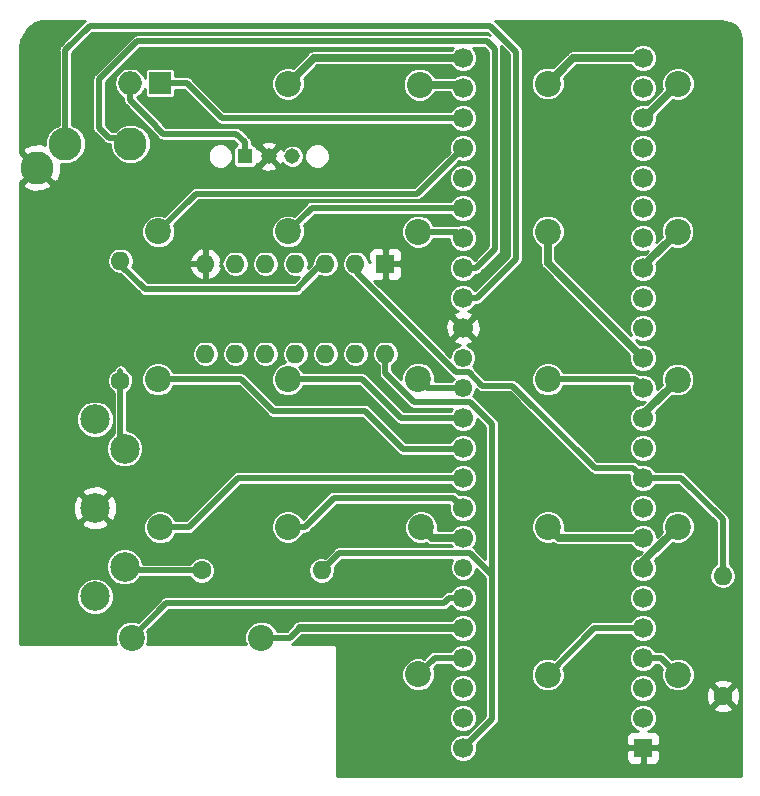
<source format=gbr>
G04 #@! TF.GenerationSoftware,KiCad,Pcbnew,(5.0.2)-1*
G04 #@! TF.CreationDate,2019-04-04T01:38:51-04:00*
G04 #@! TF.ProjectId,po_midi_adapter,706f5f6d-6964-4695-9f61-646170746572,rev?*
G04 #@! TF.SameCoordinates,PXa2393f8PY7537788*
G04 #@! TF.FileFunction,Copper,L2,Bot*
G04 #@! TF.FilePolarity,Positive*
%FSLAX46Y46*%
G04 Gerber Fmt 4.6, Leading zero omitted, Abs format (unit mm)*
G04 Created by KiCad (PCBNEW (5.0.2)-1) date 4/4/2019 1:38:51 AM*
%MOMM*%
%LPD*%
G01*
G04 APERTURE LIST*
G04 #@! TA.AperFunction,ComponentPad*
%ADD10C,1.700000*%
G04 #@! TD*
G04 #@! TA.AperFunction,ComponentPad*
%ADD11R,1.600000X1.600000*%
G04 #@! TD*
G04 #@! TA.AperFunction,ComponentPad*
%ADD12C,1.550000*%
G04 #@! TD*
G04 #@! TA.AperFunction,ComponentPad*
%ADD13C,2.200000*%
G04 #@! TD*
G04 #@! TA.AperFunction,ComponentPad*
%ADD14O,2.000000X2.000000*%
G04 #@! TD*
G04 #@! TA.AperFunction,ComponentPad*
%ADD15R,1.900000X1.900000*%
G04 #@! TD*
G04 #@! TA.AperFunction,ComponentPad*
%ADD16C,2.499360*%
G04 #@! TD*
G04 #@! TA.AperFunction,ComponentPad*
%ADD17O,1.600000X1.600000*%
G04 #@! TD*
G04 #@! TA.AperFunction,ComponentPad*
%ADD18C,1.600000*%
G04 #@! TD*
G04 #@! TA.AperFunction,ComponentPad*
%ADD19C,1.308000*%
G04 #@! TD*
G04 #@! TA.AperFunction,ComponentPad*
%ADD20R,1.308000X1.308000*%
G04 #@! TD*
G04 #@! TA.AperFunction,ComponentPad*
%ADD21C,2.800000*%
G04 #@! TD*
G04 #@! TA.AperFunction,Conductor*
%ADD22C,0.508000*%
G04 #@! TD*
G04 #@! TA.AperFunction,Conductor*
%ADD23C,0.635000*%
G04 #@! TD*
G04 #@! TA.AperFunction,Conductor*
%ADD24C,0.254000*%
G04 #@! TD*
G04 APERTURE END LIST*
D10*
G04 #@! TO.P,U1,17*
G04 #@! TO.N,/GPIO_9*
X-10337800Y43408600D03*
G04 #@! TO.P,U1,18*
G04 #@! TO.N,N/C*
X-10337800Y45948600D03*
G04 #@! TO.P,U1,19*
X-10337800Y48488600D03*
G04 #@! TO.P,U1,20*
X-10337800Y51028600D03*
G04 #@! TO.P,U1,16*
X-10337800Y40868600D03*
G04 #@! TO.P,U1,15*
X-10337800Y38328600D03*
G04 #@! TO.P,U1,14*
G04 #@! TO.N,/GPIO_10*
X-10337800Y35788600D03*
G04 #@! TO.P,U1,21*
G04 #@! TO.N,N/C*
X-10337800Y53568600D03*
G04 #@! TO.P,U1,22*
G04 #@! TO.N,/GPIO_13*
X-10337800Y56108600D03*
G04 #@! TO.P,U1,23*
G04 #@! TO.N,N/C*
X-10337800Y58648600D03*
G04 #@! TO.P,U1,24*
G04 #@! TO.N,/GPIO_14*
X-10337800Y61188600D03*
G04 #@! TO.P,U1,30*
G04 #@! TO.N,/GPIO_16*
X-25577800Y61188600D03*
G04 #@! TO.P,U1,31*
G04 #@! TO.N,/GPIO_15*
X-25577800Y58648600D03*
G04 #@! TO.P,U1,32*
G04 #@! TO.N,/GPIO_WRITE*
X-25577800Y56108600D03*
G04 #@! TO.P,U1,33*
G04 #@! TO.N,/GPIO_PLAY*
X-25577800Y53568600D03*
G04 #@! TO.P,U1,34*
G04 #@! TO.N,N/C*
X-25577800Y51028600D03*
G04 #@! TO.P,U1,35*
G04 #@! TO.N,/GPIO_12*
X-25577800Y48488600D03*
G04 #@! TO.P,U1,36*
G04 #@! TO.N,/GPIO_11*
X-25577800Y45948600D03*
G04 #@! TO.P,U1,37*
G04 #@! TO.N,/AUDIO_RING*
X-25577800Y43408600D03*
G04 #@! TO.P,U1,13*
G04 #@! TO.N,/GPIO_6*
X-10337800Y33248600D03*
G04 #@! TO.P,U1,12*
G04 #@! TO.N,/GPIO_5*
X-10337800Y30708600D03*
G04 #@! TO.P,U1,11*
G04 #@! TO.N,N/C*
X-10337800Y28168600D03*
G04 #@! TO.P,U1,10*
G04 #@! TO.N,/MIDI_1_OUT*
X-10337800Y25628600D03*
G04 #@! TO.P,U1,9*
G04 #@! TO.N,N/C*
X-10337800Y23088600D03*
G04 #@! TO.P,U1,8*
G04 #@! TO.N,/GPIO_2*
X-10337800Y20548600D03*
G04 #@! TO.P,U1,7*
G04 #@! TO.N,/GPIO_1*
X-10337800Y18008600D03*
G04 #@! TO.P,U1,6*
G04 #@! TO.N,N/C*
X-10337800Y15468600D03*
G04 #@! TO.P,U1,5*
G04 #@! TO.N,/GPIO_PATTERN*
X-10337800Y12928600D03*
G04 #@! TO.P,U1,4*
G04 #@! TO.N,/GPIO_SOUND*
X-10337800Y10388600D03*
G04 #@! TO.P,U1,3*
G04 #@! TO.N,N/C*
X-10337800Y7848600D03*
G04 #@! TO.P,U1,2*
X-10337800Y5308600D03*
D11*
G04 #@! TO.P,U1,1*
G04 #@! TO.N,GND*
X-10337800Y2768600D03*
D10*
G04 #@! TO.P,U1,38*
G04 #@! TO.N,/AUDIO_TIP*
X-25577800Y40868600D03*
G04 #@! TO.P,U1,39*
G04 #@! TO.N,GND*
X-25577800Y38328600D03*
D12*
G04 #@! TO.P,U1,40*
G04 #@! TO.N,N/C*
X-25577800Y35788600D03*
G04 #@! TO.P,U1,41*
G04 #@! TO.N,/GPIO_7*
X-25577800Y33248600D03*
D10*
G04 #@! TO.P,U1,42*
G04 #@! TO.N,/GPIO_8*
X-25577800Y30708600D03*
G04 #@! TO.P,U1,43*
G04 #@! TO.N,/GPIO_FX*
X-25577800Y28168600D03*
G04 #@! TO.P,U1,44*
G04 #@! TO.N,/GPIO_SPECIAL*
X-25577800Y25628600D03*
G04 #@! TO.P,U1,45*
G04 #@! TO.N,/GPIO_4*
X-25577800Y23088600D03*
G04 #@! TO.P,U1,46*
G04 #@! TO.N,/GPIO_3*
X-25577800Y20548600D03*
D12*
G04 #@! TO.P,U1,47*
G04 #@! TO.N,N/C*
X-25577800Y18008600D03*
D10*
G04 #@! TO.P,U1,48*
G04 #@! TO.N,/GPIO_POT_B*
X-25577800Y15468600D03*
G04 #@! TO.P,U1,49*
G04 #@! TO.N,/GPIO_POT_A*
X-25577800Y12928600D03*
G04 #@! TO.P,U1,50*
G04 #@! TO.N,/GPIO_BPM*
X-25577800Y10388600D03*
G04 #@! TO.P,U1,51*
G04 #@! TO.N,N/C*
X-25577800Y7848600D03*
G04 #@! TO.P,U1,52*
X-25577800Y5308600D03*
G04 #@! TO.P,U1,53*
G04 #@! TO.N,/5V*
X-25577800Y2768600D03*
G04 #@! TD*
D13*
G04 #@! TO.P,J28,1*
G04 #@! TO.N,/GPIO_11*
X-29387800Y46456600D03*
G04 #@! TD*
G04 #@! TO.P,J27,1*
G04 #@! TO.N,/GPIO_POT_A*
X-42659300Y12103100D03*
G04 #@! TD*
G04 #@! TO.P,J26,1*
G04 #@! TO.N,/GPIO_POT_B*
X-53644800Y12103100D03*
G04 #@! TD*
G04 #@! TO.P,J25,1*
G04 #@! TO.N,/GPIO_16*
X-40411400Y58978800D03*
G04 #@! TD*
G04 #@! TO.P,J24,1*
G04 #@! TO.N,/GPIO_PLAY*
X-51384200Y46482000D03*
G04 #@! TD*
G04 #@! TO.P,J23,1*
G04 #@! TO.N,/GPIO_FX*
X-51409600Y33959800D03*
G04 #@! TD*
G04 #@! TO.P,J22,1*
G04 #@! TO.N,/GPIO_4*
X-40411400Y21463000D03*
G04 #@! TD*
G04 #@! TO.P,J21,1*
G04 #@! TO.N,/GPIO_BPM*
X-29387800Y8991600D03*
G04 #@! TD*
G04 #@! TO.P,J20,1*
G04 #@! TO.N,/GPIO_PATTERN*
X-18415000Y8966200D03*
G04 #@! TD*
G04 #@! TO.P,J19,1*
G04 #@! TO.N,/GPIO_SOUND*
X-7391400Y8966200D03*
G04 #@! TD*
G04 #@! TO.P,J17,1*
G04 #@! TO.N,/GPIO_13*
X-7391400Y58978800D03*
G04 #@! TD*
G04 #@! TO.P,J16,1*
G04 #@! TO.N,/GPIO_14*
X-18415000Y59004200D03*
G04 #@! TD*
G04 #@! TO.P,J14,1*
G04 #@! TO.N,/GPIO_12*
X-40386000Y46482000D03*
G04 #@! TD*
G04 #@! TO.P,J13,1*
G04 #@! TO.N,/GPIO_10*
X-18402300Y46456600D03*
G04 #@! TD*
G04 #@! TO.P,J12,1*
G04 #@! TO.N,/GPIO_9*
X-7416800Y46456600D03*
G04 #@! TD*
G04 #@! TO.P,J11,1*
G04 #@! TO.N,/GPIO_8*
X-40411400Y33959800D03*
G04 #@! TD*
G04 #@! TO.P,J10,1*
G04 #@! TO.N,/GPIO_7*
X-29387800Y34010600D03*
G04 #@! TD*
G04 #@! TO.P,J9,1*
G04 #@! TO.N,/GPIO_6*
X-18389600Y33959800D03*
G04 #@! TD*
G04 #@! TO.P,J8,1*
G04 #@! TO.N,/GPIO_5*
X-7416800Y33947100D03*
G04 #@! TD*
G04 #@! TO.P,J6,1*
G04 #@! TO.N,/GPIO_1*
X-7391400Y21488400D03*
G04 #@! TD*
G04 #@! TO.P,J5,1*
G04 #@! TO.N,/GPIO_2*
X-18389600Y21463000D03*
G04 #@! TD*
D14*
G04 #@! TO.P,J18,2*
G04 #@! TO.N,Net-(J18-Pad2)*
X-53771800Y59029600D03*
D15*
G04 #@! TO.P,J18,1*
G04 #@! TO.N,/GPIO_WRITE*
X-51231800Y59029600D03*
G04 #@! TD*
D16*
G04 #@! TO.P,J2,5*
G04 #@! TO.N,Net-(J2-Pad5)*
X-54241700Y28084780D03*
G04 #@! TO.P,J2,1*
G04 #@! TO.N,N/C*
X-56743600Y15590520D03*
G04 #@! TO.P,J2,2*
G04 #@! TO.N,GND*
X-56741060Y23088600D03*
G04 #@! TO.P,J2,4*
G04 #@! TO.N,Net-(J2-Pad4)*
X-54241700Y18092420D03*
G04 #@! TO.P,J2,3*
G04 #@! TO.N,N/C*
X-56743600Y30586680D03*
G04 #@! TD*
D13*
G04 #@! TO.P,J4,1*
G04 #@! TO.N,/GPIO_3*
X-29133800Y21437600D03*
G04 #@! TD*
G04 #@! TO.P,J7,1*
G04 #@! TO.N,/GPIO_15*
X-29260800Y58902600D03*
G04 #@! TD*
G04 #@! TO.P,J15,1*
G04 #@! TO.N,/GPIO_SPECIAL*
X-51231800Y21437600D03*
G04 #@! TD*
D17*
G04 #@! TO.P,R2,2*
G04 #@! TO.N,/5V*
X-37541200Y17780000D03*
D18*
G04 #@! TO.P,R2,1*
G04 #@! TO.N,Net-(J2-Pad4)*
X-47701200Y17780000D03*
G04 #@! TD*
G04 #@! TO.P,R3,1*
G04 #@! TO.N,Net-(J2-Pad5)*
X-54610000Y33832800D03*
D17*
G04 #@! TO.P,R3,2*
G04 #@! TO.N,/MIDI_1_BUF_OUT*
X-54610000Y43992800D03*
G04 #@! TD*
D18*
G04 #@! TO.P,R4,1*
G04 #@! TO.N,GND*
X-3581400Y7162800D03*
D17*
G04 #@! TO.P,R4,2*
G04 #@! TO.N,/MIDI_1_OUT*
X-3581400Y17322800D03*
G04 #@! TD*
D19*
G04 #@! TO.P,S1,3*
G04 #@! TO.N,N/C*
X-40037000Y52857400D03*
G04 #@! TO.P,S1,2*
G04 #@! TO.N,GND*
X-42037000Y52857400D03*
D20*
G04 #@! TO.P,S1,1*
G04 #@! TO.N,Net-(J18-Pad2)*
X-44037000Y52857400D03*
G04 #@! TD*
D11*
G04 #@! TO.P,U2,1*
G04 #@! TO.N,GND*
X-32156400Y43738800D03*
D17*
G04 #@! TO.P,U2,8*
G04 #@! TO.N,N/C*
X-47396400Y36118800D03*
G04 #@! TO.P,U2,2*
G04 #@! TO.N,/MIDI_1_OUT*
X-34696400Y43738800D03*
G04 #@! TO.P,U2,9*
G04 #@! TO.N,N/C*
X-44856400Y36118800D03*
G04 #@! TO.P,U2,3*
G04 #@! TO.N,/MIDI_1_BUF_OUT*
X-37236400Y43738800D03*
G04 #@! TO.P,U2,10*
G04 #@! TO.N,N/C*
X-42316400Y36118800D03*
G04 #@! TO.P,U2,4*
X-39776400Y43738800D03*
G04 #@! TO.P,U2,11*
X-39776400Y36118800D03*
G04 #@! TO.P,U2,5*
X-42316400Y43738800D03*
G04 #@! TO.P,U2,12*
X-37236400Y36118800D03*
G04 #@! TO.P,U2,6*
X-44856400Y43738800D03*
G04 #@! TO.P,U2,13*
X-34696400Y36118800D03*
G04 #@! TO.P,U2,7*
G04 #@! TO.N,GND*
X-47396400Y43738800D03*
G04 #@! TO.P,U2,14*
G04 #@! TO.N,/5V*
X-32156400Y36118800D03*
G04 #@! TD*
D21*
G04 #@! TO.P,J1,S*
G04 #@! TO.N,GND*
X-61645800Y51892200D03*
G04 #@! TO.P,J1,T*
G04 #@! TO.N,/AUDIO_TIP*
X-59245800Y53892200D03*
G04 #@! TO.P,J1,R*
G04 #@! TO.N,/AUDIO_RING*
X-53745800Y53892200D03*
G04 #@! TD*
D22*
G04 #@! TO.N,Net-(J2-Pad4)*
X-53929280Y17780000D02*
X-54241700Y18092420D01*
X-47701200Y17780000D02*
X-53929280Y17780000D01*
D23*
G04 #@! TO.N,/GPIO_1*
X-10337800Y18542000D02*
X-7391400Y21488400D01*
X-10337800Y18008600D02*
X-10337800Y18542000D01*
G04 #@! TO.N,/GPIO_2*
X-17475200Y20548600D02*
X-18389600Y21463000D01*
X-10337800Y20548600D02*
X-17475200Y20548600D01*
G04 #@! TO.N,/GPIO_3*
X-28244800Y20548600D02*
X-29133800Y21437600D01*
X-25577800Y20548600D02*
X-28244800Y20548600D01*
D22*
G04 #@! TO.N,/GPIO_4*
X-38997187Y21463000D02*
X-40411400Y21463000D01*
X-36521588Y23938599D02*
X-38997187Y21463000D01*
X-26427799Y23938599D02*
X-36521588Y23938599D01*
X-25577800Y23088600D02*
X-26427799Y23938599D01*
D23*
G04 #@! TO.N,/GPIO_5*
X-10337800Y31026100D02*
X-7416800Y33947100D01*
X-10337800Y30708600D02*
X-10337800Y31026100D01*
D22*
G04 #@! TO.N,/GPIO_6*
X-11049000Y33959800D02*
X-10337800Y33248600D01*
X-18389600Y33959800D02*
X-11049000Y33959800D01*
G04 #@! TO.N,/GPIO_7*
X-28625800Y33248600D02*
X-29387800Y34010600D01*
X-25577800Y33248600D02*
X-28625800Y33248600D01*
G04 #@! TO.N,/GPIO_8*
X-30861000Y30708600D02*
X-25577800Y30708600D01*
X-40411400Y33959800D02*
X-34112200Y33959800D01*
X-34112200Y33959800D02*
X-30861000Y30708600D01*
D23*
G04 #@! TO.N,/GPIO_9*
X-10337800Y43535600D02*
X-7416800Y46456600D01*
X-10337800Y43408600D02*
X-10337800Y43535600D01*
G04 #@! TO.N,/GPIO_10*
X-18402300Y43853100D02*
X-18402300Y46456600D01*
X-10337800Y35788600D02*
X-18402300Y43853100D01*
D22*
G04 #@! TO.N,/GPIO_12*
X-38379400Y48488600D02*
X-40386000Y46482000D01*
X-25577800Y48488600D02*
X-38379400Y48488600D01*
D23*
G04 #@! TO.N,/GPIO_13*
X-10261600Y56108600D02*
X-7391400Y58978800D01*
X-10337800Y56108600D02*
X-10261600Y56108600D01*
G04 #@! TO.N,/GPIO_14*
X-16230600Y61188600D02*
X-18415000Y59004200D01*
X-10337800Y61188600D02*
X-16230600Y61188600D01*
G04 #@! TO.N,/GPIO_15*
X-28778200Y58648600D02*
X-29159200Y59029600D01*
X-25831800Y58902600D02*
X-25577800Y58648600D01*
X-29260800Y58902600D02*
X-25831800Y58902600D01*
G04 #@! TO.N,/GPIO_16*
X-38201600Y61188600D02*
X-40411400Y58978800D01*
X-25577800Y61188600D02*
X-38201600Y61188600D01*
D22*
G04 #@! TO.N,/GPIO_SOUND*
X-8813800Y10388600D02*
X-7391400Y8966200D01*
X-10337800Y10388600D02*
X-8813800Y10388600D01*
G04 #@! TO.N,/GPIO_PATTERN*
X-14452600Y12928600D02*
X-18415000Y8966200D01*
X-10337800Y12928600D02*
X-14452600Y12928600D01*
G04 #@! TO.N,/GPIO_BPM*
X-27990800Y10388600D02*
X-29387800Y8991600D01*
X-25577800Y10388600D02*
X-27990800Y10388600D01*
G04 #@! TO.N,/GPIO_SPECIAL*
X-44627800Y25628600D02*
X-25577800Y25628600D01*
X-51231800Y21437600D02*
X-48818800Y21437600D01*
X-48818800Y21437600D02*
X-44627800Y25628600D01*
G04 #@! TO.N,/GPIO_FX*
X-44348400Y33959800D02*
X-51409600Y33959800D01*
X-41681400Y31292800D02*
X-44348400Y33959800D01*
X-33883600Y31292800D02*
X-41681400Y31292800D01*
X-25603200Y28041600D02*
X-30632400Y28041600D01*
X-30632400Y28041600D02*
X-33883600Y31292800D01*
G04 #@! TO.N,/GPIO_PLAY*
X-25577800Y53568600D02*
X-29451300Y49695100D01*
X-48171100Y49695100D02*
X-45961300Y49695100D01*
X-51384200Y46482000D02*
X-48171100Y49695100D01*
X-45961300Y49695100D02*
X-41910000Y49695100D01*
X-29451300Y49695100D02*
X-41910000Y49695100D01*
X-41910000Y49695100D02*
X-42151300Y49695100D01*
G04 #@! TO.N,/GPIO_WRITE*
X-42214800Y56108600D02*
X-25577800Y56108600D01*
X-48945800Y59029600D02*
X-51231800Y59029600D01*
X-41626087Y56108600D02*
X-46024800Y56108600D01*
X-46024800Y56108600D02*
X-48945800Y59029600D01*
D23*
G04 #@! TO.N,/GPIO_POT_A*
X-25577800Y12928600D02*
X-39420800Y12928600D01*
D22*
X-40246300Y12103100D02*
X-42659300Y12103100D01*
X-39420800Y12928600D02*
X-40246300Y12103100D01*
G04 #@! TO.N,/GPIO_POT_B*
X-26744526Y15468600D02*
X-25577800Y15468600D01*
X-27201726Y15011400D02*
X-26744526Y15468600D01*
X-53644800Y12103100D02*
X-50736500Y15011400D01*
X-50736500Y15011400D02*
X-27201726Y15011400D01*
G04 #@! TO.N,/GPIO_11*
X-29387800Y46456600D02*
X-29387800Y46837600D01*
X-26085800Y46456600D02*
X-25577800Y45948600D01*
X-29387800Y46456600D02*
X-26085800Y46456600D01*
G04 #@! TO.N,/5V*
X-25704800Y2641600D02*
X-25577800Y2768600D01*
X-23114000Y5232400D02*
X-23114000Y17363722D01*
X-25577800Y2768600D02*
X-23114000Y5232400D01*
X-32156400Y34479278D02*
X-32156400Y36118800D01*
X-29689723Y32012601D02*
X-32156400Y34479278D01*
X-24951879Y32012601D02*
X-29689723Y32012601D01*
X-23114000Y17363722D02*
X-23114000Y30174722D01*
X-23114000Y30174722D02*
X-24951879Y32012601D01*
X-36083599Y19237601D02*
X-37541200Y17780000D01*
X-23114000Y17363722D02*
X-24987879Y19237601D01*
X-24987879Y19237601D02*
X-36083599Y19237601D01*
G04 #@! TO.N,/AUDIO_TIP*
X-59245800Y61855100D02*
X-59245800Y53892200D01*
X-24375719Y40868600D02*
X-21082000Y44162319D01*
X-25577800Y40868600D02*
X-24375719Y40868600D01*
X-21082000Y44162319D02*
X-21082000Y61709300D01*
X-21082000Y61709300D02*
X-23272301Y63899601D01*
X-23272301Y63899601D02*
X-57201299Y63899601D01*
X-57201299Y63899601D02*
X-59245800Y61855100D01*
G04 #@! TO.N,/AUDIO_RING*
X-55568600Y54425600D02*
X-53364800Y54425600D01*
X-56375300Y55232300D02*
X-55568600Y54425600D01*
X-24481785Y43408600D02*
X-22910800Y44979585D01*
X-25577800Y43408600D02*
X-24481785Y43408600D01*
X-56375300Y59352600D02*
X-56375300Y55232300D01*
X-22910800Y44979585D02*
X-22910800Y61950600D01*
X-22910800Y61950600D02*
X-23545800Y62585600D01*
X-23545800Y62585600D02*
X-53142300Y62585600D01*
X-53142300Y62585600D02*
X-56375300Y59352600D01*
G04 #@! TO.N,Net-(J2-Pad5)*
X-54584600Y28427680D02*
X-54241700Y28084780D01*
X-54584600Y34645600D02*
X-54584600Y28427680D01*
G04 #@! TO.N,/MIDI_1_OUT*
X-14438999Y26478599D02*
X-11187799Y26478599D01*
X-11187799Y26478599D02*
X-10337800Y25628600D01*
X-34544000Y42935878D02*
X-26167721Y34559599D01*
X-34544000Y44196000D02*
X-34544000Y42935878D01*
X-26167721Y34559599D02*
X-25069877Y34559599D01*
X-25069877Y34559599D02*
X-23946556Y33436278D01*
X-23946556Y33436278D02*
X-21396678Y33436278D01*
X-21396678Y33436278D02*
X-14438999Y26478599D01*
X-3581400Y22098000D02*
X-3581400Y17322800D01*
X-10337800Y25628600D02*
X-7112000Y25628600D01*
X-7112000Y25628600D02*
X-3581400Y22098000D01*
G04 #@! TO.N,/MIDI_1_BUF_OUT*
X-38836600Y42443400D02*
X-37084000Y44196000D01*
X-39674800Y41605200D02*
X-38836600Y42443400D01*
X-52515570Y41605200D02*
X-51181000Y41605200D01*
X-54584600Y43674230D02*
X-52515570Y41605200D01*
X-51435000Y41605200D02*
X-51181000Y41605200D01*
X-51181000Y41605200D02*
X-39674800Y41605200D01*
G04 #@! TO.N,Net-(J18-Pad2)*
X-53771800Y57615387D02*
X-51553813Y55397400D01*
X-53771800Y59029600D02*
X-53771800Y57615387D01*
X-51553813Y55397400D02*
X-51553813Y55363813D01*
X-51553813Y55363813D02*
X-50952400Y54762400D01*
X-44037000Y54019400D02*
X-44037000Y52857400D01*
X-44780000Y54762400D02*
X-44037000Y54019400D01*
X-50952400Y54762400D02*
X-44780000Y54762400D01*
G04 #@! TD*
D24*
G04 #@! TO.N,GND*
G36*
X-2977480Y64163534D02*
X-2618492Y63929066D01*
X-2329350Y63591120D01*
X-2146524Y63185261D01*
X-2080800Y62720551D01*
X-2080799Y56327344D01*
X-2078000Y56313272D01*
X-2077999Y6425533D01*
X-2080800Y6411451D01*
X-2080799Y415196D01*
X-36226740Y415196D01*
X-36226004Y5542720D01*
X-26754800Y5542720D01*
X-26754800Y5074480D01*
X-26575613Y4641883D01*
X-26244517Y4310787D01*
X-25811920Y4131600D01*
X-25343680Y4131600D01*
X-24911083Y4310787D01*
X-24579987Y4641883D01*
X-24400800Y5074480D01*
X-24400800Y5542720D01*
X-24579987Y5975317D01*
X-24911083Y6306413D01*
X-25343680Y6485600D01*
X-25811920Y6485600D01*
X-26244517Y6306413D01*
X-26575613Y5975317D01*
X-26754800Y5542720D01*
X-36226004Y5542720D01*
X-36225467Y9275448D01*
X-30814800Y9275448D01*
X-30814800Y8707752D01*
X-30597553Y8183269D01*
X-30196131Y7781847D01*
X-29671648Y7564600D01*
X-29103952Y7564600D01*
X-28579469Y7781847D01*
X-28278596Y8082720D01*
X-26754800Y8082720D01*
X-26754800Y7614480D01*
X-26575613Y7181883D01*
X-26244517Y6850787D01*
X-25811920Y6671600D01*
X-25343680Y6671600D01*
X-24911083Y6850787D01*
X-24579987Y7181883D01*
X-24400800Y7614480D01*
X-24400800Y8082720D01*
X-24579987Y8515317D01*
X-24911083Y8846413D01*
X-25343680Y9025600D01*
X-25811920Y9025600D01*
X-26244517Y8846413D01*
X-26575613Y8515317D01*
X-26754800Y8082720D01*
X-28278596Y8082720D01*
X-28178047Y8183269D01*
X-27960800Y8707752D01*
X-27960800Y9275448D01*
X-28054963Y9502779D01*
X-27750142Y9807600D01*
X-26611118Y9807600D01*
X-26575613Y9721883D01*
X-26244517Y9390787D01*
X-25811920Y9211600D01*
X-25343680Y9211600D01*
X-24911083Y9390787D01*
X-24579987Y9721883D01*
X-24400800Y10154480D01*
X-24400800Y10622720D01*
X-24579987Y11055317D01*
X-24911083Y11386413D01*
X-25343680Y11565600D01*
X-25811920Y11565600D01*
X-26244517Y11386413D01*
X-26575613Y11055317D01*
X-26611118Y10969600D01*
X-27933584Y10969600D01*
X-27990801Y10980981D01*
X-28048018Y10969600D01*
X-28048022Y10969600D01*
X-28217495Y10935890D01*
X-28343487Y10851704D01*
X-28361166Y10839891D01*
X-28409677Y10807477D01*
X-28442090Y10758968D01*
X-28876621Y10324437D01*
X-29103952Y10418600D01*
X-29671648Y10418600D01*
X-30196131Y10201353D01*
X-30597553Y9799931D01*
X-30814800Y9275448D01*
X-36225467Y9275448D01*
X-36225205Y11090926D01*
X-36218436Y11124789D01*
X-36225195Y11158939D01*
X-36225194Y11167192D01*
X-36249952Y11291749D01*
X-36344306Y11433005D01*
X-36485536Y11527400D01*
X-36652138Y11560564D01*
X-36694027Y11552238D01*
X-40021764Y11555381D01*
X-40019605Y11555810D01*
X-39827423Y11684223D01*
X-39795008Y11732735D01*
X-39243642Y12284100D01*
X-26584816Y12284100D01*
X-26575613Y12261883D01*
X-26244517Y11930787D01*
X-25811920Y11751600D01*
X-25343680Y11751600D01*
X-24911083Y11930787D01*
X-24579987Y12261883D01*
X-24400800Y12694480D01*
X-24400800Y13162720D01*
X-24579987Y13595317D01*
X-24911083Y13926413D01*
X-25343680Y14105600D01*
X-25811920Y14105600D01*
X-26244517Y13926413D01*
X-26575613Y13595317D01*
X-26584816Y13573100D01*
X-39484275Y13573100D01*
X-39672271Y13535705D01*
X-39885458Y13393258D01*
X-40027905Y13180071D01*
X-40037072Y13133986D01*
X-40486957Y12684100D01*
X-41355384Y12684100D01*
X-41449547Y12911431D01*
X-41850969Y13312853D01*
X-42375452Y13530100D01*
X-42943148Y13530100D01*
X-43467631Y13312853D01*
X-43869053Y12911431D01*
X-44086300Y12386948D01*
X-44086300Y11819252D01*
X-43978549Y11559117D01*
X-52322287Y11566996D01*
X-52217800Y11819252D01*
X-52217800Y12386948D01*
X-52311963Y12614279D01*
X-50495842Y14430400D01*
X-27258944Y14430400D01*
X-27201726Y14419019D01*
X-27144508Y14430400D01*
X-27144504Y14430400D01*
X-26975031Y14464110D01*
X-26782849Y14592523D01*
X-26750434Y14641034D01*
X-26579705Y14811763D01*
X-26575613Y14801883D01*
X-26244517Y14470787D01*
X-25811920Y14291600D01*
X-25343680Y14291600D01*
X-24911083Y14470787D01*
X-24579987Y14801883D01*
X-24400800Y15234480D01*
X-24400800Y15702720D01*
X-24579987Y16135317D01*
X-24911083Y16466413D01*
X-25343680Y16645600D01*
X-25811920Y16645600D01*
X-26244517Y16466413D01*
X-26575613Y16135317D01*
X-26611118Y16049600D01*
X-26687310Y16049600D01*
X-26744527Y16060981D01*
X-26801744Y16049600D01*
X-26801748Y16049600D01*
X-26971221Y16015890D01*
X-27163403Y15887477D01*
X-27195816Y15838968D01*
X-27442383Y15592400D01*
X-50679284Y15592400D01*
X-50736501Y15603781D01*
X-50793718Y15592400D01*
X-50793722Y15592400D01*
X-50963195Y15558690D01*
X-51155377Y15430277D01*
X-51187790Y15381768D01*
X-53133621Y13435937D01*
X-53360952Y13530100D01*
X-53928648Y13530100D01*
X-54453131Y13312853D01*
X-54854553Y12911431D01*
X-55071800Y12386948D01*
X-55071800Y11819252D01*
X-54968348Y11569495D01*
X-63123800Y11577196D01*
X-63123800Y15904141D01*
X-58320280Y15904141D01*
X-58320280Y15276899D01*
X-58080245Y14697403D01*
X-57636717Y14253875D01*
X-57057221Y14013840D01*
X-56429979Y14013840D01*
X-55850483Y14253875D01*
X-55406955Y14697403D01*
X-55166920Y15276899D01*
X-55166920Y15904141D01*
X-55406955Y16483637D01*
X-55850483Y16927165D01*
X-56429979Y17167200D01*
X-57057221Y17167200D01*
X-57636717Y16927165D01*
X-58080245Y16483637D01*
X-58320280Y15904141D01*
X-63123800Y15904141D01*
X-63123800Y18406041D01*
X-55818380Y18406041D01*
X-55818380Y17778799D01*
X-55578345Y17199303D01*
X-55134817Y16755775D01*
X-54555321Y16515740D01*
X-53928079Y16515740D01*
X-53348583Y16755775D01*
X-52905358Y17199000D01*
X-48680397Y17199000D01*
X-48656624Y17141606D01*
X-48339594Y16824576D01*
X-47925374Y16653000D01*
X-47477026Y16653000D01*
X-47062806Y16824576D01*
X-46745776Y17141606D01*
X-46574200Y17555826D01*
X-46574200Y18004174D01*
X-46745776Y18418394D01*
X-47062806Y18735424D01*
X-47477026Y18907000D01*
X-47925374Y18907000D01*
X-48339594Y18735424D01*
X-48656624Y18418394D01*
X-48680397Y18361000D01*
X-52665020Y18361000D01*
X-52665020Y18406041D01*
X-52905055Y18985537D01*
X-53348583Y19429065D01*
X-53928079Y19669100D01*
X-54555321Y19669100D01*
X-55134817Y19429065D01*
X-55578345Y18985537D01*
X-55818380Y18406041D01*
X-63123800Y18406041D01*
X-63123800Y21755511D01*
X-57894543Y21755511D01*
X-57765335Y21462741D01*
X-57065177Y21194529D01*
X-56315676Y21214672D01*
X-55716785Y21462741D01*
X-55602611Y21721448D01*
X-52658800Y21721448D01*
X-52658800Y21153752D01*
X-52441553Y20629269D01*
X-52040131Y20227847D01*
X-51515648Y20010600D01*
X-50947952Y20010600D01*
X-50423469Y20227847D01*
X-50022047Y20629269D01*
X-49927884Y20856600D01*
X-48876018Y20856600D01*
X-48818800Y20845219D01*
X-48761582Y20856600D01*
X-48761578Y20856600D01*
X-48592105Y20890310D01*
X-48399923Y21018723D01*
X-48367508Y21067235D01*
X-47687895Y21746848D01*
X-41838400Y21746848D01*
X-41838400Y21179152D01*
X-41621153Y20654669D01*
X-41219731Y20253247D01*
X-40695248Y20036000D01*
X-40127552Y20036000D01*
X-39603069Y20253247D01*
X-39201647Y20654669D01*
X-39107484Y20882000D01*
X-39054405Y20882000D01*
X-38997187Y20870619D01*
X-38939969Y20882000D01*
X-38939965Y20882000D01*
X-38770492Y20915710D01*
X-38578310Y21044123D01*
X-38545895Y21092635D01*
X-36280930Y23357599D01*
X-26740353Y23357599D01*
X-26754800Y23322720D01*
X-26754800Y22854480D01*
X-26575613Y22421883D01*
X-26244517Y22090787D01*
X-25811920Y21911600D01*
X-25343680Y21911600D01*
X-24911083Y22090787D01*
X-24579987Y22421883D01*
X-24400800Y22854480D01*
X-24400800Y23322720D01*
X-24579987Y23755317D01*
X-24911083Y24086413D01*
X-25343680Y24265600D01*
X-25811920Y24265600D01*
X-25897637Y24230095D01*
X-25976507Y24308965D01*
X-26008922Y24357476D01*
X-26201104Y24485889D01*
X-26370577Y24519599D01*
X-26370581Y24519599D01*
X-26427799Y24530980D01*
X-26485017Y24519599D01*
X-36464370Y24519599D01*
X-36521588Y24530980D01*
X-36578806Y24519599D01*
X-36578810Y24519599D01*
X-36748283Y24485889D01*
X-36891955Y24389890D01*
X-36891956Y24389889D01*
X-36940465Y24357476D01*
X-36972878Y24308967D01*
X-39145665Y22136179D01*
X-39201647Y22271331D01*
X-39603069Y22672753D01*
X-40127552Y22890000D01*
X-40695248Y22890000D01*
X-41219731Y22672753D01*
X-41621153Y22271331D01*
X-41838400Y21746848D01*
X-47687895Y21746848D01*
X-44387141Y25047600D01*
X-26611118Y25047600D01*
X-26575613Y24961883D01*
X-26244517Y24630787D01*
X-25811920Y24451600D01*
X-25343680Y24451600D01*
X-24911083Y24630787D01*
X-24579987Y24961883D01*
X-24400800Y25394480D01*
X-24400800Y25862720D01*
X-24579987Y26295317D01*
X-24911083Y26626413D01*
X-25343680Y26805600D01*
X-25811920Y26805600D01*
X-26244517Y26626413D01*
X-26575613Y26295317D01*
X-26611118Y26209600D01*
X-44570583Y26209600D01*
X-44627801Y26220981D01*
X-44685019Y26209600D01*
X-44685022Y26209600D01*
X-44854495Y26175890D01*
X-44998168Y26079891D01*
X-44998171Y26079888D01*
X-45046677Y26047477D01*
X-45079088Y25998971D01*
X-49059457Y22018600D01*
X-49927884Y22018600D01*
X-50022047Y22245931D01*
X-50423469Y22647353D01*
X-50947952Y22864600D01*
X-51515648Y22864600D01*
X-52040131Y22647353D01*
X-52441553Y22245931D01*
X-52658800Y21721448D01*
X-55602611Y21721448D01*
X-55587577Y21755511D01*
X-56741060Y22908995D01*
X-57894543Y21755511D01*
X-63123800Y21755511D01*
X-63123800Y23412717D01*
X-58635131Y23412717D01*
X-58614988Y22663216D01*
X-58366919Y22064325D01*
X-58074149Y21935117D01*
X-56920665Y23088600D01*
X-56561455Y23088600D01*
X-55407971Y21935117D01*
X-55115201Y22064325D01*
X-54846989Y22764483D01*
X-54867132Y23513984D01*
X-55115201Y24112875D01*
X-55407971Y24242083D01*
X-56561455Y23088600D01*
X-56920665Y23088600D01*
X-58074149Y24242083D01*
X-58366919Y24112875D01*
X-58635131Y23412717D01*
X-63123800Y23412717D01*
X-63123800Y24421689D01*
X-57894543Y24421689D01*
X-56741060Y23268205D01*
X-55587577Y24421689D01*
X-55716785Y24714459D01*
X-56416943Y24982671D01*
X-57166444Y24962528D01*
X-57765335Y24714459D01*
X-57894543Y24421689D01*
X-63123800Y24421689D01*
X-63123800Y28398401D01*
X-55818380Y28398401D01*
X-55818380Y27771159D01*
X-55578345Y27191663D01*
X-55134817Y26748135D01*
X-54555321Y26508100D01*
X-53928079Y26508100D01*
X-53348583Y26748135D01*
X-52905055Y27191663D01*
X-52665020Y27771159D01*
X-52665020Y28398401D01*
X-52905055Y28977897D01*
X-53348583Y29421425D01*
X-53928079Y29661460D01*
X-54003600Y29661460D01*
X-54003600Y32864124D01*
X-53971606Y32877376D01*
X-53654576Y33194406D01*
X-53483000Y33608626D01*
X-53483000Y34056974D01*
X-53560323Y34243648D01*
X-52836600Y34243648D01*
X-52836600Y33675952D01*
X-52619353Y33151469D01*
X-52217931Y32750047D01*
X-51693448Y32532800D01*
X-51125752Y32532800D01*
X-50601269Y32750047D01*
X-50199847Y33151469D01*
X-50105684Y33378800D01*
X-44589057Y33378800D01*
X-42132690Y30922432D01*
X-42100277Y30873923D01*
X-42051768Y30841510D01*
X-42051767Y30841509D01*
X-41908095Y30745510D01*
X-41738622Y30711800D01*
X-41738618Y30711800D01*
X-41681400Y30700419D01*
X-41624182Y30711800D01*
X-34124257Y30711800D01*
X-31083688Y27671229D01*
X-31051277Y27622723D01*
X-31002771Y27590312D01*
X-31002768Y27590309D01*
X-30929297Y27541218D01*
X-30859095Y27494310D01*
X-30689622Y27460600D01*
X-30689617Y27460600D01*
X-30632401Y27449219D01*
X-30575184Y27460600D01*
X-26534330Y27460600D01*
X-26244517Y27170787D01*
X-25811920Y26991600D01*
X-25343680Y26991600D01*
X-24911083Y27170787D01*
X-24579987Y27501883D01*
X-24400800Y27934480D01*
X-24400800Y28402720D01*
X-24579987Y28835317D01*
X-24911083Y29166413D01*
X-25343680Y29345600D01*
X-25811920Y29345600D01*
X-26244517Y29166413D01*
X-26575613Y28835317D01*
X-26663723Y28622600D01*
X-30391741Y28622600D01*
X-33432308Y31663165D01*
X-33464723Y31711677D01*
X-33656905Y31840090D01*
X-33826378Y31873800D01*
X-33826382Y31873800D01*
X-33883600Y31885181D01*
X-33940818Y31873800D01*
X-41440742Y31873800D01*
X-43810590Y34243648D01*
X-41838400Y34243648D01*
X-41838400Y33675952D01*
X-41621153Y33151469D01*
X-41219731Y32750047D01*
X-40695248Y32532800D01*
X-40127552Y32532800D01*
X-39603069Y32750047D01*
X-39201647Y33151469D01*
X-39107484Y33378800D01*
X-34352857Y33378800D01*
X-31312288Y30338229D01*
X-31279877Y30289723D01*
X-31231371Y30257312D01*
X-31231368Y30257309D01*
X-31157897Y30208218D01*
X-31087695Y30161310D01*
X-30918222Y30127600D01*
X-30918217Y30127600D01*
X-30861001Y30116219D01*
X-30803784Y30127600D01*
X-26611118Y30127600D01*
X-26575613Y30041883D01*
X-26244517Y29710787D01*
X-25811920Y29531600D01*
X-25343680Y29531600D01*
X-24911083Y29710787D01*
X-24579987Y30041883D01*
X-24400800Y30474480D01*
X-24400800Y30639864D01*
X-23694999Y29934063D01*
X-23695000Y18766380D01*
X-24536587Y19607966D01*
X-24569002Y19656478D01*
X-24710707Y19751163D01*
X-24579987Y19881883D01*
X-24400800Y20314480D01*
X-24400800Y20782720D01*
X-24579987Y21215317D01*
X-24911083Y21546413D01*
X-25343680Y21725600D01*
X-25811920Y21725600D01*
X-26244517Y21546413D01*
X-26575613Y21215317D01*
X-26584816Y21193100D01*
X-27706800Y21193100D01*
X-27706800Y21721448D01*
X-27924047Y22245931D01*
X-28325469Y22647353D01*
X-28849952Y22864600D01*
X-29417648Y22864600D01*
X-29942131Y22647353D01*
X-30343553Y22245931D01*
X-30560800Y21721448D01*
X-30560800Y21153752D01*
X-30343553Y20629269D01*
X-29942131Y20227847D01*
X-29417648Y20010600D01*
X-28849952Y20010600D01*
X-28695463Y20074591D01*
X-28655649Y20047988D01*
X-28655647Y20047986D01*
X-28496272Y19941495D01*
X-28456344Y19933553D01*
X-28308275Y19904100D01*
X-28308271Y19904100D01*
X-28244800Y19891475D01*
X-28181329Y19904100D01*
X-26584816Y19904100D01*
X-26575613Y19881883D01*
X-26512331Y19818601D01*
X-36026383Y19818601D01*
X-36083600Y19829982D01*
X-36140816Y19818601D01*
X-36140821Y19818601D01*
X-36310294Y19784891D01*
X-36380496Y19737983D01*
X-36453967Y19688892D01*
X-36453970Y19688889D01*
X-36502476Y19656478D01*
X-36534887Y19607972D01*
X-37268101Y18874757D01*
X-37430201Y18907000D01*
X-37652199Y18907000D01*
X-37980933Y18841611D01*
X-38353722Y18592522D01*
X-38602811Y18219733D01*
X-38690279Y17780000D01*
X-38602811Y17340267D01*
X-38353722Y16967478D01*
X-37980933Y16718389D01*
X-37652199Y16653000D01*
X-37430201Y16653000D01*
X-37101467Y16718389D01*
X-36728678Y16967478D01*
X-36479589Y17340267D01*
X-36392121Y17780000D01*
X-36446443Y18053099D01*
X-35842940Y18656601D01*
X-26488262Y18656601D01*
X-26512030Y18632833D01*
X-26679800Y18227801D01*
X-26679800Y17789399D01*
X-26512030Y17384367D01*
X-26202033Y17074370D01*
X-25797001Y16906600D01*
X-25358599Y16906600D01*
X-24953567Y17074370D01*
X-24643570Y17384367D01*
X-24475800Y17789399D01*
X-24475800Y17903864D01*
X-23694999Y17123062D01*
X-23695000Y5473058D01*
X-25257963Y3910095D01*
X-25343680Y3945600D01*
X-25811920Y3945600D01*
X-26244517Y3766413D01*
X-26575613Y3435317D01*
X-26754800Y3002720D01*
X-26754800Y2534480D01*
X-26575613Y2101883D01*
X-26244517Y1770787D01*
X-25811920Y1591600D01*
X-25343680Y1591600D01*
X-24911083Y1770787D01*
X-24579987Y2101883D01*
X-24422186Y2482850D01*
X-11772800Y2482850D01*
X-11772800Y1842291D01*
X-11676127Y1608902D01*
X-11497499Y1430273D01*
X-11264110Y1333600D01*
X-10623550Y1333600D01*
X-10464800Y1492350D01*
X-10464800Y2641600D01*
X-10210800Y2641600D01*
X-10210800Y1492350D01*
X-10052050Y1333600D01*
X-9411490Y1333600D01*
X-9178101Y1430273D01*
X-8999473Y1608902D01*
X-8902800Y1842291D01*
X-8902800Y2482850D01*
X-9061550Y2641600D01*
X-10210800Y2641600D01*
X-10464800Y2641600D01*
X-11614050Y2641600D01*
X-11772800Y2482850D01*
X-24422186Y2482850D01*
X-24400800Y2534480D01*
X-24400800Y3002720D01*
X-24436305Y3088437D01*
X-23829833Y3694909D01*
X-11772800Y3694909D01*
X-11772800Y3054350D01*
X-11614050Y2895600D01*
X-10464800Y2895600D01*
X-10464800Y2915600D01*
X-10210800Y2915600D01*
X-10210800Y2895600D01*
X-9061550Y2895600D01*
X-8902800Y3054350D01*
X-8902800Y3694909D01*
X-8999473Y3928298D01*
X-9178101Y4106927D01*
X-9411490Y4203600D01*
X-9929856Y4203600D01*
X-9671083Y4310787D01*
X-9339987Y4641883D01*
X-9160800Y5074480D01*
X-9160800Y5542720D01*
X-9339987Y5975317D01*
X-9519725Y6155055D01*
X-4409539Y6155055D01*
X-4335405Y5908936D01*
X-3798177Y5715835D01*
X-3227946Y5743022D01*
X-2827395Y5908936D01*
X-2753261Y6155055D01*
X-3581400Y6983195D01*
X-4409539Y6155055D01*
X-9519725Y6155055D01*
X-9671083Y6306413D01*
X-10103680Y6485600D01*
X-10571920Y6485600D01*
X-11004517Y6306413D01*
X-11335613Y5975317D01*
X-11514800Y5542720D01*
X-11514800Y5074480D01*
X-11335613Y4641883D01*
X-11004517Y4310787D01*
X-10745744Y4203600D01*
X-11264110Y4203600D01*
X-11497499Y4106927D01*
X-11676127Y3928298D01*
X-11772800Y3694909D01*
X-23829833Y3694909D01*
X-22743631Y4781111D01*
X-22695123Y4813523D01*
X-22566710Y5005705D01*
X-22533000Y5175178D01*
X-22533000Y5175182D01*
X-22521619Y5232399D01*
X-22533000Y5289616D01*
X-22533000Y9250048D01*
X-19842000Y9250048D01*
X-19842000Y8682352D01*
X-19624753Y8157869D01*
X-19223331Y7756447D01*
X-18698848Y7539200D01*
X-18131152Y7539200D01*
X-17606669Y7756447D01*
X-17280396Y8082720D01*
X-11514800Y8082720D01*
X-11514800Y7614480D01*
X-11335613Y7181883D01*
X-11004517Y6850787D01*
X-10571920Y6671600D01*
X-10103680Y6671600D01*
X-9671083Y6850787D01*
X-9339987Y7181883D01*
X-9258100Y7379577D01*
X-5028365Y7379577D01*
X-5001178Y6809346D01*
X-4835264Y6408795D01*
X-4589145Y6334661D01*
X-3761005Y7162800D01*
X-3401795Y7162800D01*
X-2573655Y6334661D01*
X-2327536Y6408795D01*
X-2134435Y6946023D01*
X-2161622Y7516254D01*
X-2327536Y7916805D01*
X-2573655Y7990939D01*
X-3401795Y7162800D01*
X-3761005Y7162800D01*
X-4589145Y7990939D01*
X-4835264Y7916805D01*
X-5028365Y7379577D01*
X-9258100Y7379577D01*
X-9160800Y7614480D01*
X-9160800Y8082720D01*
X-9339987Y8515317D01*
X-9671083Y8846413D01*
X-10103680Y9025600D01*
X-10571920Y9025600D01*
X-11004517Y8846413D01*
X-11335613Y8515317D01*
X-11514800Y8082720D01*
X-17280396Y8082720D01*
X-17205247Y8157869D01*
X-16988000Y8682352D01*
X-16988000Y9250048D01*
X-17082163Y9477379D01*
X-15936822Y10622720D01*
X-11514800Y10622720D01*
X-11514800Y10154480D01*
X-11335613Y9721883D01*
X-11004517Y9390787D01*
X-10571920Y9211600D01*
X-10103680Y9211600D01*
X-9671083Y9390787D01*
X-9339987Y9721883D01*
X-9304482Y9807600D01*
X-9054457Y9807600D01*
X-8724237Y9477379D01*
X-8818400Y9250048D01*
X-8818400Y8682352D01*
X-8601153Y8157869D01*
X-8199731Y7756447D01*
X-7675248Y7539200D01*
X-7107552Y7539200D01*
X-6583069Y7756447D01*
X-6181647Y8157869D01*
X-6176397Y8170545D01*
X-4409539Y8170545D01*
X-3581400Y7342405D01*
X-2753261Y8170545D01*
X-2827395Y8416664D01*
X-3364623Y8609765D01*
X-3934854Y8582578D01*
X-4335405Y8416664D01*
X-4409539Y8170545D01*
X-6176397Y8170545D01*
X-5964400Y8682352D01*
X-5964400Y9250048D01*
X-6181647Y9774531D01*
X-6583069Y10175953D01*
X-7107552Y10393200D01*
X-7675248Y10393200D01*
X-7902579Y10299037D01*
X-8362508Y10758965D01*
X-8394923Y10807477D01*
X-8587105Y10935890D01*
X-8756578Y10969600D01*
X-8756582Y10969600D01*
X-8813800Y10980981D01*
X-8871018Y10969600D01*
X-9304482Y10969600D01*
X-9339987Y11055317D01*
X-9671083Y11386413D01*
X-10103680Y11565600D01*
X-10571920Y11565600D01*
X-11004517Y11386413D01*
X-11335613Y11055317D01*
X-11514800Y10622720D01*
X-15936822Y10622720D01*
X-14211942Y12347600D01*
X-11371118Y12347600D01*
X-11335613Y12261883D01*
X-11004517Y11930787D01*
X-10571920Y11751600D01*
X-10103680Y11751600D01*
X-9671083Y11930787D01*
X-9339987Y12261883D01*
X-9160800Y12694480D01*
X-9160800Y13162720D01*
X-9339987Y13595317D01*
X-9671083Y13926413D01*
X-10103680Y14105600D01*
X-10571920Y14105600D01*
X-11004517Y13926413D01*
X-11335613Y13595317D01*
X-11371118Y13509600D01*
X-14395382Y13509600D01*
X-14452600Y13520981D01*
X-14509818Y13509600D01*
X-14509822Y13509600D01*
X-14679295Y13475890D01*
X-14822967Y13379891D01*
X-14822968Y13379890D01*
X-14871477Y13347477D01*
X-14903890Y13298968D01*
X-17903821Y10299037D01*
X-18131152Y10393200D01*
X-18698848Y10393200D01*
X-19223331Y10175953D01*
X-19624753Y9774531D01*
X-19842000Y9250048D01*
X-22533000Y9250048D01*
X-22533000Y15702720D01*
X-11514800Y15702720D01*
X-11514800Y15234480D01*
X-11335613Y14801883D01*
X-11004517Y14470787D01*
X-10571920Y14291600D01*
X-10103680Y14291600D01*
X-9671083Y14470787D01*
X-9339987Y14801883D01*
X-9160800Y15234480D01*
X-9160800Y15702720D01*
X-9339987Y16135317D01*
X-9671083Y16466413D01*
X-10103680Y16645600D01*
X-10571920Y16645600D01*
X-11004517Y16466413D01*
X-11335613Y16135317D01*
X-11514800Y15702720D01*
X-22533000Y15702720D01*
X-22533000Y17306506D01*
X-22521619Y17363723D01*
X-22533000Y17420939D01*
X-22533000Y21746848D01*
X-19816600Y21746848D01*
X-19816600Y21179152D01*
X-19599353Y20654669D01*
X-19197931Y20253247D01*
X-18673448Y20036000D01*
X-18105752Y20036000D01*
X-17950729Y20100212D01*
X-17939858Y20083942D01*
X-17886049Y20047988D01*
X-17886047Y20047986D01*
X-17830094Y20010600D01*
X-17726671Y19941495D01*
X-17538675Y19904100D01*
X-17538670Y19904100D01*
X-17475200Y19891475D01*
X-17411730Y19904100D01*
X-11344816Y19904100D01*
X-11335613Y19881883D01*
X-11004517Y19550787D01*
X-10571920Y19371600D01*
X-10419659Y19371600D01*
X-10629516Y19161743D01*
X-11004517Y19006413D01*
X-11335613Y18675317D01*
X-11514800Y18242720D01*
X-11514800Y17774480D01*
X-11335613Y17341883D01*
X-11004517Y17010787D01*
X-10571920Y16831600D01*
X-10103680Y16831600D01*
X-9671083Y17010787D01*
X-9339987Y17341883D01*
X-9160800Y17774480D01*
X-9160800Y18242720D01*
X-9326232Y18642109D01*
X-7839079Y20129261D01*
X-7675248Y20061400D01*
X-7107552Y20061400D01*
X-6583069Y20278647D01*
X-6181647Y20680069D01*
X-5964400Y21204552D01*
X-5964400Y21772248D01*
X-6181647Y22296731D01*
X-6583069Y22698153D01*
X-7107552Y22915400D01*
X-7675248Y22915400D01*
X-8199731Y22698153D01*
X-8601153Y22296731D01*
X-8818400Y21772248D01*
X-8818400Y21204552D01*
X-8750539Y21040721D01*
X-9160800Y20630460D01*
X-9160800Y20782720D01*
X-9339987Y21215317D01*
X-9671083Y21546413D01*
X-10103680Y21725600D01*
X-10571920Y21725600D01*
X-11004517Y21546413D01*
X-11335613Y21215317D01*
X-11344816Y21193100D01*
X-16962600Y21193100D01*
X-16962600Y21746848D01*
X-17179847Y22271331D01*
X-17581269Y22672753D01*
X-18105752Y22890000D01*
X-18673448Y22890000D01*
X-19197931Y22672753D01*
X-19599353Y22271331D01*
X-19816600Y21746848D01*
X-22533000Y21746848D01*
X-22533000Y23322720D01*
X-11514800Y23322720D01*
X-11514800Y22854480D01*
X-11335613Y22421883D01*
X-11004517Y22090787D01*
X-10571920Y21911600D01*
X-10103680Y21911600D01*
X-9671083Y22090787D01*
X-9339987Y22421883D01*
X-9160800Y22854480D01*
X-9160800Y23322720D01*
X-9339987Y23755317D01*
X-9671083Y24086413D01*
X-10103680Y24265600D01*
X-10571920Y24265600D01*
X-11004517Y24086413D01*
X-11335613Y23755317D01*
X-11514800Y23322720D01*
X-22533000Y23322720D01*
X-22533000Y30117506D01*
X-22521619Y30174723D01*
X-22533000Y30231940D01*
X-22533000Y30231944D01*
X-22566710Y30401417D01*
X-22695123Y30593599D01*
X-22743632Y30626012D01*
X-24500587Y32382966D01*
X-24533002Y32431478D01*
X-24714911Y32553026D01*
X-24643570Y32624367D01*
X-24475800Y33029399D01*
X-24475800Y33143864D01*
X-24397846Y33065910D01*
X-24365433Y33017401D01*
X-24316924Y32984988D01*
X-24316923Y32984987D01*
X-24173251Y32888988D01*
X-24003778Y32855278D01*
X-24003774Y32855278D01*
X-23946556Y32843897D01*
X-23889338Y32855278D01*
X-21637335Y32855278D01*
X-14890289Y26108231D01*
X-14857876Y26059722D01*
X-14809367Y26027309D01*
X-14809366Y26027308D01*
X-14766952Y25998968D01*
X-14665694Y25931309D01*
X-14496221Y25897599D01*
X-14496218Y25897599D01*
X-14439000Y25886218D01*
X-14381782Y25897599D01*
X-11500353Y25897599D01*
X-11514800Y25862720D01*
X-11514800Y25394480D01*
X-11335613Y24961883D01*
X-11004517Y24630787D01*
X-10571920Y24451600D01*
X-10103680Y24451600D01*
X-9671083Y24630787D01*
X-9339987Y24961883D01*
X-9304482Y25047600D01*
X-7352657Y25047600D01*
X-4162400Y21857342D01*
X-4162399Y18290020D01*
X-4393922Y18135322D01*
X-4643011Y17762533D01*
X-4730479Y17322800D01*
X-4643011Y16883067D01*
X-4393922Y16510278D01*
X-4021133Y16261189D01*
X-3692399Y16195800D01*
X-3470401Y16195800D01*
X-3141667Y16261189D01*
X-2768878Y16510278D01*
X-2519789Y16883067D01*
X-2432321Y17322800D01*
X-2519789Y17762533D01*
X-2768878Y18135322D01*
X-3000400Y18290020D01*
X-3000400Y22040784D01*
X-2989019Y22098001D01*
X-3000400Y22155218D01*
X-3000400Y22155222D01*
X-3034110Y22324695D01*
X-3162523Y22516877D01*
X-3211031Y22549289D01*
X-6660708Y25998965D01*
X-6693123Y26047477D01*
X-6885305Y26175890D01*
X-7054778Y26209600D01*
X-7054782Y26209600D01*
X-7112000Y26220981D01*
X-7169218Y26209600D01*
X-9304482Y26209600D01*
X-9339987Y26295317D01*
X-9671083Y26626413D01*
X-10103680Y26805600D01*
X-10571920Y26805600D01*
X-10657637Y26770095D01*
X-10736507Y26848965D01*
X-10768922Y26897476D01*
X-10961104Y27025889D01*
X-11130577Y27059599D01*
X-11130581Y27059599D01*
X-11187799Y27070980D01*
X-11245017Y27059599D01*
X-14198341Y27059599D01*
X-15541462Y28402720D01*
X-11514800Y28402720D01*
X-11514800Y27934480D01*
X-11335613Y27501883D01*
X-11004517Y27170787D01*
X-10571920Y26991600D01*
X-10103680Y26991600D01*
X-9671083Y27170787D01*
X-9339987Y27501883D01*
X-9160800Y27934480D01*
X-9160800Y28402720D01*
X-9339987Y28835317D01*
X-9671083Y29166413D01*
X-10103680Y29345600D01*
X-10571920Y29345600D01*
X-11004517Y29166413D01*
X-11335613Y28835317D01*
X-11514800Y28402720D01*
X-15541462Y28402720D01*
X-20945386Y33806643D01*
X-20977801Y33855155D01*
X-21169983Y33983568D01*
X-21339456Y34017278D01*
X-21339460Y34017278D01*
X-21396678Y34028659D01*
X-21453896Y34017278D01*
X-23705898Y34017278D01*
X-23932268Y34243648D01*
X-19816600Y34243648D01*
X-19816600Y33675952D01*
X-19599353Y33151469D01*
X-19197931Y32750047D01*
X-18673448Y32532800D01*
X-18105752Y32532800D01*
X-17581269Y32750047D01*
X-17179847Y33151469D01*
X-17085684Y33378800D01*
X-11514800Y33378800D01*
X-11514800Y33014480D01*
X-11335613Y32581883D01*
X-11004517Y32250787D01*
X-10571920Y32071600D01*
X-10203759Y32071600D01*
X-10389759Y31885600D01*
X-10571920Y31885600D01*
X-11004517Y31706413D01*
X-11335613Y31375317D01*
X-11514800Y30942720D01*
X-11514800Y30474480D01*
X-11335613Y30041883D01*
X-11004517Y29710787D01*
X-10571920Y29531600D01*
X-10103680Y29531600D01*
X-9671083Y29710787D01*
X-9339987Y30041883D01*
X-9160800Y30474480D01*
X-9160800Y30942720D01*
X-9262996Y31189444D01*
X-7864479Y32587961D01*
X-7700648Y32520100D01*
X-7132952Y32520100D01*
X-6608469Y32737347D01*
X-6207047Y33138769D01*
X-5989800Y33663252D01*
X-5989800Y34230948D01*
X-6207047Y34755431D01*
X-6608469Y35156853D01*
X-7132952Y35374100D01*
X-7700648Y35374100D01*
X-8225131Y35156853D01*
X-8626553Y34755431D01*
X-8843800Y34230948D01*
X-8843800Y33663252D01*
X-8775939Y33499421D01*
X-9160800Y33114560D01*
X-9160800Y33482720D01*
X-9339987Y33915317D01*
X-9671083Y34246413D01*
X-10103680Y34425600D01*
X-10571920Y34425600D01*
X-10651201Y34392761D01*
X-10822305Y34507090D01*
X-10991778Y34540800D01*
X-10991782Y34540800D01*
X-11049000Y34552181D01*
X-11106218Y34540800D01*
X-17085684Y34540800D01*
X-17179847Y34768131D01*
X-17581269Y35169553D01*
X-18105752Y35386800D01*
X-18673448Y35386800D01*
X-19197931Y35169553D01*
X-19599353Y34768131D01*
X-19816600Y34243648D01*
X-23932268Y34243648D01*
X-24618585Y34929964D01*
X-24651000Y34978476D01*
X-24757979Y35049958D01*
X-24643570Y35164367D01*
X-24475800Y35569399D01*
X-24475800Y36007801D01*
X-24643570Y36412833D01*
X-24953567Y36722830D01*
X-25274322Y36855691D01*
X-25216342Y36858285D01*
X-24793720Y37033341D01*
X-24713447Y37284642D01*
X-25577800Y38148995D01*
X-26442153Y37284642D01*
X-26361880Y37033341D01*
X-25877019Y36857455D01*
X-26202033Y36722830D01*
X-26512030Y36412833D01*
X-26679800Y36007801D01*
X-26679800Y35893336D01*
X-29343785Y38557321D01*
X-27074518Y38557321D01*
X-27048115Y37967142D01*
X-26873059Y37544520D01*
X-26621758Y37464247D01*
X-25757405Y38328600D01*
X-25398195Y38328600D01*
X-24533842Y37464247D01*
X-24282541Y37544520D01*
X-24081082Y38099879D01*
X-24107485Y38690058D01*
X-24282541Y39112680D01*
X-24533842Y39192953D01*
X-25398195Y38328600D01*
X-25757405Y38328600D01*
X-26621758Y39192953D01*
X-26873059Y39112680D01*
X-27074518Y38557321D01*
X-29343785Y38557321D01*
X-33095607Y42309142D01*
X-33082710Y42303800D01*
X-32442150Y42303800D01*
X-32283400Y42462550D01*
X-32283400Y43611800D01*
X-32029400Y43611800D01*
X-32029400Y42462550D01*
X-31870650Y42303800D01*
X-31230090Y42303800D01*
X-30996701Y42400473D01*
X-30818073Y42579102D01*
X-30721400Y42812491D01*
X-30721400Y43453050D01*
X-30880150Y43611800D01*
X-32029400Y43611800D01*
X-32283400Y43611800D01*
X-32303400Y43611800D01*
X-32303400Y43865800D01*
X-32283400Y43865800D01*
X-32283400Y45015050D01*
X-32029400Y45015050D01*
X-32029400Y43865800D01*
X-30880150Y43865800D01*
X-30721400Y44024550D01*
X-30721400Y44665109D01*
X-30818073Y44898498D01*
X-30996701Y45077127D01*
X-31230090Y45173800D01*
X-31870650Y45173800D01*
X-32029400Y45015050D01*
X-32283400Y45015050D01*
X-32442150Y45173800D01*
X-33082710Y45173800D01*
X-33316099Y45077127D01*
X-33494727Y44898498D01*
X-33591400Y44665109D01*
X-33591400Y44024550D01*
X-33432652Y43865802D01*
X-33572583Y43865802D01*
X-33634789Y44178533D01*
X-33883878Y44551322D01*
X-34256667Y44800411D01*
X-34585401Y44865800D01*
X-34807399Y44865800D01*
X-35136133Y44800411D01*
X-35508922Y44551322D01*
X-35758011Y44178533D01*
X-35845479Y43738800D01*
X-35758011Y43299067D01*
X-35508922Y42926278D01*
X-35136133Y42677189D01*
X-35059761Y42661998D01*
X-34995291Y42565512D01*
X-34995289Y42565510D01*
X-34962876Y42517001D01*
X-34914367Y42484588D01*
X-26619011Y34189231D01*
X-26586598Y34140722D01*
X-26394416Y34012309D01*
X-26376181Y34008682D01*
X-26512030Y33872833D01*
X-26529938Y33829600D01*
X-27960800Y33829600D01*
X-27960800Y34294448D01*
X-28178047Y34818931D01*
X-28579469Y35220353D01*
X-29103952Y35437600D01*
X-29671648Y35437600D01*
X-30196131Y35220353D01*
X-30597553Y34818931D01*
X-30814800Y34294448D01*
X-30814800Y33959336D01*
X-31575400Y34719935D01*
X-31575400Y35151580D01*
X-31343878Y35306278D01*
X-31094789Y35679067D01*
X-31007321Y36118800D01*
X-31094789Y36558533D01*
X-31343878Y36931322D01*
X-31716667Y37180411D01*
X-32045401Y37245800D01*
X-32267399Y37245800D01*
X-32596133Y37180411D01*
X-32968922Y36931322D01*
X-33218011Y36558533D01*
X-33305479Y36118800D01*
X-33218011Y35679067D01*
X-32968922Y35306278D01*
X-32737400Y35151580D01*
X-32737400Y34536496D01*
X-32748781Y34479278D01*
X-32737400Y34422060D01*
X-32737400Y34422057D01*
X-32703690Y34252584D01*
X-32575277Y34060401D01*
X-32526765Y34027986D01*
X-30141011Y31642230D01*
X-30108600Y31593724D01*
X-30060094Y31561313D01*
X-30060091Y31561310D01*
X-29997508Y31519494D01*
X-29916418Y31465311D01*
X-29746945Y31431601D01*
X-29746940Y31431601D01*
X-29689724Y31420220D01*
X-29632507Y31431601D01*
X-26519329Y31431601D01*
X-26575613Y31375317D01*
X-26611118Y31289600D01*
X-30620341Y31289600D01*
X-33660908Y34330165D01*
X-33693323Y34378677D01*
X-33885505Y34507090D01*
X-34054978Y34540800D01*
X-34054982Y34540800D01*
X-34112200Y34552181D01*
X-34169418Y34540800D01*
X-39107484Y34540800D01*
X-39201647Y34768131D01*
X-39465149Y35031633D01*
X-39336667Y35057189D01*
X-38963878Y35306278D01*
X-38714789Y35679067D01*
X-38627321Y36118800D01*
X-38385479Y36118800D01*
X-38298011Y35679067D01*
X-38048922Y35306278D01*
X-37676133Y35057189D01*
X-37347399Y34991800D01*
X-37125401Y34991800D01*
X-36796667Y35057189D01*
X-36423878Y35306278D01*
X-36174789Y35679067D01*
X-36087321Y36118800D01*
X-35845479Y36118800D01*
X-35758011Y35679067D01*
X-35508922Y35306278D01*
X-35136133Y35057189D01*
X-34807399Y34991800D01*
X-34585401Y34991800D01*
X-34256667Y35057189D01*
X-33883878Y35306278D01*
X-33634789Y35679067D01*
X-33547321Y36118800D01*
X-33634789Y36558533D01*
X-33883878Y36931322D01*
X-34256667Y37180411D01*
X-34585401Y37245800D01*
X-34807399Y37245800D01*
X-35136133Y37180411D01*
X-35508922Y36931322D01*
X-35758011Y36558533D01*
X-35845479Y36118800D01*
X-36087321Y36118800D01*
X-36174789Y36558533D01*
X-36423878Y36931322D01*
X-36796667Y37180411D01*
X-37125401Y37245800D01*
X-37347399Y37245800D01*
X-37676133Y37180411D01*
X-38048922Y36931322D01*
X-38298011Y36558533D01*
X-38385479Y36118800D01*
X-38627321Y36118800D01*
X-38714789Y36558533D01*
X-38963878Y36931322D01*
X-39336667Y37180411D01*
X-39665401Y37245800D01*
X-39887399Y37245800D01*
X-40216133Y37180411D01*
X-40588922Y36931322D01*
X-40838011Y36558533D01*
X-40925479Y36118800D01*
X-40838011Y35679067D01*
X-40642725Y35386800D01*
X-40695248Y35386800D01*
X-41219731Y35169553D01*
X-41621153Y34768131D01*
X-41838400Y34243648D01*
X-43810590Y34243648D01*
X-43897108Y34330165D01*
X-43929523Y34378677D01*
X-44121705Y34507090D01*
X-44291178Y34540800D01*
X-44291182Y34540800D01*
X-44348400Y34552181D01*
X-44405618Y34540800D01*
X-50105684Y34540800D01*
X-50199847Y34768131D01*
X-50601269Y35169553D01*
X-51125752Y35386800D01*
X-51693448Y35386800D01*
X-52217931Y35169553D01*
X-52619353Y34768131D01*
X-52836600Y34243648D01*
X-53560323Y34243648D01*
X-53654576Y34471194D01*
X-53971606Y34788224D01*
X-54024985Y34810335D01*
X-54037310Y34872295D01*
X-54165723Y35064477D01*
X-54357906Y35192890D01*
X-54584600Y35237982D01*
X-54811295Y35192890D01*
X-55003477Y35064477D01*
X-55131890Y34872294D01*
X-55139653Y34833266D01*
X-55248394Y34788224D01*
X-55565424Y34471194D01*
X-55737000Y34056974D01*
X-55737000Y33608626D01*
X-55565424Y33194406D01*
X-55248394Y32877376D01*
X-55165600Y32843081D01*
X-55165599Y29390643D01*
X-55578345Y28977897D01*
X-55818380Y28398401D01*
X-63123800Y28398401D01*
X-63123800Y30900301D01*
X-58320280Y30900301D01*
X-58320280Y30273059D01*
X-58080245Y29693563D01*
X-57636717Y29250035D01*
X-57057221Y29010000D01*
X-56429979Y29010000D01*
X-55850483Y29250035D01*
X-55406955Y29693563D01*
X-55166920Y30273059D01*
X-55166920Y30900301D01*
X-55406955Y31479797D01*
X-55850483Y31923325D01*
X-56429979Y32163360D01*
X-57057221Y32163360D01*
X-57636717Y31923325D01*
X-58080245Y31479797D01*
X-58320280Y30900301D01*
X-63123800Y30900301D01*
X-63123800Y36118800D01*
X-48545479Y36118800D01*
X-48458011Y35679067D01*
X-48208922Y35306278D01*
X-47836133Y35057189D01*
X-47507399Y34991800D01*
X-47285401Y34991800D01*
X-46956667Y35057189D01*
X-46583878Y35306278D01*
X-46334789Y35679067D01*
X-46247321Y36118800D01*
X-46005479Y36118800D01*
X-45918011Y35679067D01*
X-45668922Y35306278D01*
X-45296133Y35057189D01*
X-44967399Y34991800D01*
X-44745401Y34991800D01*
X-44416667Y35057189D01*
X-44043878Y35306278D01*
X-43794789Y35679067D01*
X-43707321Y36118800D01*
X-43465479Y36118800D01*
X-43378011Y35679067D01*
X-43128922Y35306278D01*
X-42756133Y35057189D01*
X-42427399Y34991800D01*
X-42205401Y34991800D01*
X-41876667Y35057189D01*
X-41503878Y35306278D01*
X-41254789Y35679067D01*
X-41167321Y36118800D01*
X-41254789Y36558533D01*
X-41503878Y36931322D01*
X-41876667Y37180411D01*
X-42205401Y37245800D01*
X-42427399Y37245800D01*
X-42756133Y37180411D01*
X-43128922Y36931322D01*
X-43378011Y36558533D01*
X-43465479Y36118800D01*
X-43707321Y36118800D01*
X-43794789Y36558533D01*
X-44043878Y36931322D01*
X-44416667Y37180411D01*
X-44745401Y37245800D01*
X-44967399Y37245800D01*
X-45296133Y37180411D01*
X-45668922Y36931322D01*
X-45918011Y36558533D01*
X-46005479Y36118800D01*
X-46247321Y36118800D01*
X-46334789Y36558533D01*
X-46583878Y36931322D01*
X-46956667Y37180411D01*
X-47285401Y37245800D01*
X-47507399Y37245800D01*
X-47836133Y37180411D01*
X-48208922Y36931322D01*
X-48458011Y36558533D01*
X-48545479Y36118800D01*
X-63123800Y36118800D01*
X-63123800Y43992800D01*
X-55759079Y43992800D01*
X-55671611Y43553067D01*
X-55422522Y43180278D01*
X-55049733Y42931189D01*
X-54720999Y42865800D01*
X-54597827Y42865800D01*
X-52966860Y41234832D01*
X-52934447Y41186323D01*
X-52885938Y41153910D01*
X-52868257Y41142096D01*
X-52742265Y41057910D01*
X-52572792Y41024200D01*
X-52572788Y41024200D01*
X-52515571Y41012819D01*
X-52458354Y41024200D01*
X-39732018Y41024200D01*
X-39674800Y41012819D01*
X-39617582Y41024200D01*
X-39617578Y41024200D01*
X-39448105Y41057910D01*
X-39255923Y41186323D01*
X-39223508Y41234835D01*
X-38385309Y42073033D01*
X-38385307Y42073036D01*
X-37739088Y42719254D01*
X-37676133Y42677189D01*
X-37347399Y42611800D01*
X-37125401Y42611800D01*
X-36796667Y42677189D01*
X-36423878Y42926278D01*
X-36174789Y43299067D01*
X-36087321Y43738800D01*
X-36174789Y44178533D01*
X-36423878Y44551322D01*
X-36796667Y44800411D01*
X-37125401Y44865800D01*
X-37347399Y44865800D01*
X-37676133Y44800411D01*
X-38048922Y44551322D01*
X-38298011Y44178533D01*
X-38385479Y43738800D01*
X-38381726Y43719932D01*
X-38692988Y43408670D01*
X-38627321Y43738800D01*
X-38714789Y44178533D01*
X-38963878Y44551322D01*
X-39336667Y44800411D01*
X-39665401Y44865800D01*
X-39887399Y44865800D01*
X-40216133Y44800411D01*
X-40588922Y44551322D01*
X-40838011Y44178533D01*
X-40925479Y43738800D01*
X-40838011Y43299067D01*
X-40588922Y42926278D01*
X-40216133Y42677189D01*
X-39887399Y42611800D01*
X-39665401Y42611800D01*
X-39446270Y42655388D01*
X-39915457Y42186200D01*
X-52274912Y42186200D01*
X-53478471Y43389759D01*
X-48788314Y43389759D01*
X-48548789Y42883666D01*
X-48133823Y42507759D01*
X-47745439Y42346896D01*
X-47523400Y42468885D01*
X-47523400Y43611800D01*
X-48667029Y43611800D01*
X-48788314Y43389759D01*
X-53478471Y43389759D01*
X-53585796Y43497083D01*
X-53548389Y43553067D01*
X-53460921Y43992800D01*
X-53479825Y44087841D01*
X-48788314Y44087841D01*
X-48667029Y43865800D01*
X-47523400Y43865800D01*
X-47523400Y45008715D01*
X-47269400Y45008715D01*
X-47269400Y43865800D01*
X-47249400Y43865800D01*
X-47249400Y43611800D01*
X-47269400Y43611800D01*
X-47269400Y42468885D01*
X-47047361Y42346896D01*
X-46658977Y42507759D01*
X-46244011Y42883666D01*
X-46004486Y43389759D01*
X-46125770Y43611798D01*
X-45980217Y43611798D01*
X-45918011Y43299067D01*
X-45668922Y42926278D01*
X-45296133Y42677189D01*
X-44967399Y42611800D01*
X-44745401Y42611800D01*
X-44416667Y42677189D01*
X-44043878Y42926278D01*
X-43794789Y43299067D01*
X-43707321Y43738800D01*
X-43465479Y43738800D01*
X-43378011Y43299067D01*
X-43128922Y42926278D01*
X-42756133Y42677189D01*
X-42427399Y42611800D01*
X-42205401Y42611800D01*
X-41876667Y42677189D01*
X-41503878Y42926278D01*
X-41254789Y43299067D01*
X-41167321Y43738800D01*
X-41254789Y44178533D01*
X-41503878Y44551322D01*
X-41876667Y44800411D01*
X-42205401Y44865800D01*
X-42427399Y44865800D01*
X-42756133Y44800411D01*
X-43128922Y44551322D01*
X-43378011Y44178533D01*
X-43465479Y43738800D01*
X-43707321Y43738800D01*
X-43794789Y44178533D01*
X-44043878Y44551322D01*
X-44416667Y44800411D01*
X-44745401Y44865800D01*
X-44967399Y44865800D01*
X-45296133Y44800411D01*
X-45668922Y44551322D01*
X-45918011Y44178533D01*
X-45980217Y43865802D01*
X-46125770Y43865802D01*
X-46004486Y44087841D01*
X-46244011Y44593934D01*
X-46658977Y44969841D01*
X-47047361Y45130704D01*
X-47269400Y45008715D01*
X-47523400Y45008715D01*
X-47745439Y45130704D01*
X-48133823Y44969841D01*
X-48548789Y44593934D01*
X-48788314Y44087841D01*
X-53479825Y44087841D01*
X-53548389Y44432533D01*
X-53797478Y44805322D01*
X-54170267Y45054411D01*
X-54499001Y45119800D01*
X-54720999Y45119800D01*
X-55049733Y45054411D01*
X-55422522Y44805322D01*
X-55671611Y44432533D01*
X-55759079Y43992800D01*
X-63123800Y43992800D01*
X-63123800Y46765848D01*
X-52811200Y46765848D01*
X-52811200Y46198152D01*
X-52593953Y45673669D01*
X-52192531Y45272247D01*
X-51668048Y45055000D01*
X-51100352Y45055000D01*
X-50575869Y45272247D01*
X-50174447Y45673669D01*
X-49957200Y46198152D01*
X-49957200Y46765848D01*
X-41813000Y46765848D01*
X-41813000Y46198152D01*
X-41595753Y45673669D01*
X-41194331Y45272247D01*
X-40669848Y45055000D01*
X-40102152Y45055000D01*
X-39577669Y45272247D01*
X-39176247Y45673669D01*
X-38959000Y46198152D01*
X-38959000Y46740448D01*
X-30814800Y46740448D01*
X-30814800Y46172752D01*
X-30597553Y45648269D01*
X-30196131Y45246847D01*
X-29671648Y45029600D01*
X-29103952Y45029600D01*
X-28579469Y45246847D01*
X-28178047Y45648269D01*
X-28083884Y45875600D01*
X-26754800Y45875600D01*
X-26754800Y45714480D01*
X-26575613Y45281883D01*
X-26244517Y44950787D01*
X-25811920Y44771600D01*
X-25343680Y44771600D01*
X-24911083Y44950787D01*
X-24579987Y45281883D01*
X-24400800Y45714480D01*
X-24400800Y46182720D01*
X-24579987Y46615317D01*
X-24911083Y46946413D01*
X-25343680Y47125600D01*
X-25811920Y47125600D01*
X-26025736Y47037035D01*
X-26028578Y47037600D01*
X-26028582Y47037600D01*
X-26085800Y47048981D01*
X-26143018Y47037600D01*
X-28083884Y47037600D01*
X-28178047Y47264931D01*
X-28579469Y47666353D01*
X-29103952Y47883600D01*
X-29671648Y47883600D01*
X-30196131Y47666353D01*
X-30597553Y47264931D01*
X-30814800Y46740448D01*
X-38959000Y46740448D01*
X-38959000Y46765848D01*
X-39053163Y46993179D01*
X-38138742Y47907600D01*
X-26611118Y47907600D01*
X-26575613Y47821883D01*
X-26244517Y47490787D01*
X-25811920Y47311600D01*
X-25343680Y47311600D01*
X-24911083Y47490787D01*
X-24579987Y47821883D01*
X-24400800Y48254480D01*
X-24400800Y48722720D01*
X-24579987Y49155317D01*
X-24911083Y49486413D01*
X-25343680Y49665600D01*
X-25811920Y49665600D01*
X-26244517Y49486413D01*
X-26575613Y49155317D01*
X-26611118Y49069600D01*
X-38322182Y49069600D01*
X-38379400Y49080981D01*
X-38436618Y49069600D01*
X-38436622Y49069600D01*
X-38606095Y49035890D01*
X-38749767Y48939891D01*
X-38749768Y48939890D01*
X-38798277Y48907477D01*
X-38830690Y48858968D01*
X-39874821Y47814837D01*
X-40102152Y47909000D01*
X-40669848Y47909000D01*
X-41194331Y47691753D01*
X-41595753Y47290331D01*
X-41813000Y46765848D01*
X-49957200Y46765848D01*
X-50051363Y46993179D01*
X-47930442Y49114100D01*
X-29508518Y49114100D01*
X-29451300Y49102719D01*
X-29394082Y49114100D01*
X-29394078Y49114100D01*
X-29224605Y49147810D01*
X-29032423Y49276223D01*
X-29000008Y49324735D01*
X-27062023Y51262720D01*
X-26754800Y51262720D01*
X-26754800Y50794480D01*
X-26575613Y50361883D01*
X-26244517Y50030787D01*
X-25811920Y49851600D01*
X-25343680Y49851600D01*
X-24911083Y50030787D01*
X-24579987Y50361883D01*
X-24400800Y50794480D01*
X-24400800Y51262720D01*
X-24579987Y51695317D01*
X-24911083Y52026413D01*
X-25343680Y52205600D01*
X-25811920Y52205600D01*
X-26244517Y52026413D01*
X-26575613Y51695317D01*
X-26754800Y51262720D01*
X-27062023Y51262720D01*
X-25897637Y52427105D01*
X-25811920Y52391600D01*
X-25343680Y52391600D01*
X-24911083Y52570787D01*
X-24579987Y52901883D01*
X-24400800Y53334480D01*
X-24400800Y53802720D01*
X-24579987Y54235317D01*
X-24911083Y54566413D01*
X-25343680Y54745600D01*
X-25811920Y54745600D01*
X-26244517Y54566413D01*
X-26575613Y54235317D01*
X-26754800Y53802720D01*
X-26754800Y53334480D01*
X-26719295Y53248763D01*
X-29691957Y50276100D01*
X-48113882Y50276100D01*
X-48171100Y50287481D01*
X-48228318Y50276100D01*
X-48228322Y50276100D01*
X-48397795Y50242390D01*
X-48541467Y50146391D01*
X-48541468Y50146390D01*
X-48589977Y50113977D01*
X-48622390Y50065468D01*
X-50873021Y47814837D01*
X-51100352Y47909000D01*
X-51668048Y47909000D01*
X-52192531Y47691753D01*
X-52593953Y47290331D01*
X-52811200Y46765848D01*
X-63123800Y46765848D01*
X-63123800Y50450476D01*
X-62907918Y50450476D01*
X-62760345Y50142094D01*
X-62005769Y49848795D01*
X-61196391Y49866586D01*
X-60531255Y50142094D01*
X-60383682Y50450476D01*
X-61645800Y51712595D01*
X-62907918Y50450476D01*
X-63123800Y50450476D01*
X-63123800Y50647442D01*
X-63087524Y50630082D01*
X-61825405Y51892200D01*
X-63087524Y53154318D01*
X-63123800Y53136958D01*
X-63123800Y62052198D01*
X-62973444Y62675099D01*
X-62464181Y63516489D01*
X-62460462Y63519824D01*
X-62457135Y63523843D01*
X-62142157Y63909165D01*
X-61782124Y64156017D01*
X-61351311Y64297128D01*
X-61165164Y64317603D01*
X-57620514Y64317972D01*
X-57652587Y64269972D01*
X-59616165Y62306392D01*
X-59664677Y62273977D01*
X-59793090Y62081794D01*
X-59826800Y61912321D01*
X-59826800Y61912318D01*
X-59838181Y61855100D01*
X-59826800Y61797882D01*
X-59826799Y55520834D01*
X-60224067Y55356280D01*
X-60709880Y54870467D01*
X-60972800Y54235722D01*
X-60972800Y53813932D01*
X-61285831Y53935605D01*
X-62095209Y53917814D01*
X-62760345Y53642306D01*
X-62907918Y53333924D01*
X-61645800Y52071805D01*
X-61631657Y52085947D01*
X-61452052Y51906342D01*
X-61466195Y51892200D01*
X-60204076Y50630082D01*
X-59895694Y50777655D01*
X-59602395Y51532231D01*
X-59616556Y52176481D01*
X-59589322Y52165200D01*
X-58902278Y52165200D01*
X-58267533Y52428120D01*
X-57781720Y52913933D01*
X-57518800Y53548678D01*
X-57518800Y54235722D01*
X-57781720Y54870467D01*
X-58267533Y55356280D01*
X-58664800Y55520833D01*
X-58664800Y61614443D01*
X-56960640Y63318601D01*
X-23512958Y63318601D01*
X-23329269Y63134912D01*
X-23488578Y63166600D01*
X-23488582Y63166600D01*
X-23545800Y63177981D01*
X-23603018Y63166600D01*
X-53085084Y63166600D01*
X-53142301Y63177981D01*
X-53199518Y63166600D01*
X-53199522Y63166600D01*
X-53368995Y63132890D01*
X-53424303Y63095934D01*
X-53512666Y63036891D01*
X-53561177Y63004477D01*
X-53593590Y62955968D01*
X-56745665Y59803892D01*
X-56794177Y59771477D01*
X-56922590Y59579294D01*
X-56956300Y59409821D01*
X-56956300Y59409818D01*
X-56967681Y59352600D01*
X-56956300Y59295382D01*
X-56956299Y55289523D01*
X-56967681Y55232300D01*
X-56922590Y55005606D01*
X-56826591Y54861934D01*
X-56826589Y54861932D01*
X-56794176Y54813423D01*
X-56745668Y54781011D01*
X-56019888Y54055229D01*
X-55987477Y54006723D01*
X-55938971Y53974312D01*
X-55938968Y53974309D01*
X-55879239Y53934400D01*
X-55795295Y53878310D01*
X-55625822Y53844600D01*
X-55625817Y53844600D01*
X-55568601Y53833219D01*
X-55511384Y53844600D01*
X-55472800Y53844600D01*
X-55472800Y53548678D01*
X-55209880Y52913933D01*
X-54724067Y52428120D01*
X-54089322Y52165200D01*
X-53402278Y52165200D01*
X-52767533Y52428120D01*
X-52281720Y52913933D01*
X-52216401Y53071629D01*
X-47214000Y53071629D01*
X-47214000Y52643171D01*
X-47050037Y52247328D01*
X-46747072Y51944363D01*
X-46351229Y51780400D01*
X-45922771Y51780400D01*
X-45526928Y51944363D01*
X-45223963Y52247328D01*
X-45060000Y52643171D01*
X-45060000Y53071629D01*
X-45223963Y53467472D01*
X-45526928Y53770437D01*
X-45922771Y53934400D01*
X-46351229Y53934400D01*
X-46747072Y53770437D01*
X-47050037Y53467472D01*
X-47214000Y53071629D01*
X-52216401Y53071629D01*
X-52018800Y53548678D01*
X-52018800Y54235722D01*
X-52281720Y54870467D01*
X-52767533Y55356280D01*
X-53402278Y55619200D01*
X-54089322Y55619200D01*
X-54724067Y55356280D01*
X-55073747Y55006600D01*
X-55327941Y55006600D01*
X-55794300Y55472957D01*
X-55794300Y59029600D01*
X-55124797Y59029600D01*
X-55021806Y58511830D01*
X-54728513Y58072887D01*
X-54352799Y57821842D01*
X-54352799Y57672609D01*
X-54364181Y57615387D01*
X-54319090Y57388693D01*
X-54223091Y57245021D01*
X-54223089Y57245019D01*
X-54190676Y57196510D01*
X-54142167Y57164097D01*
X-52072738Y55094667D01*
X-51972690Y54944936D01*
X-51924179Y54912522D01*
X-51403690Y54392032D01*
X-51371277Y54343523D01*
X-51179095Y54215110D01*
X-51009622Y54181400D01*
X-51009618Y54181400D01*
X-50952401Y54170019D01*
X-50895184Y54181400D01*
X-45020657Y54181400D01*
X-44684064Y53844806D01*
X-44691000Y53844806D01*
X-44818589Y53819427D01*
X-44926754Y53747154D01*
X-44999027Y53638989D01*
X-45024406Y53511400D01*
X-45024406Y52203400D01*
X-44999027Y52075811D01*
X-44926754Y51967646D01*
X-44818589Y51895373D01*
X-44691000Y51869994D01*
X-43383000Y51869994D01*
X-43255411Y51895373D01*
X-43165450Y51955483D01*
X-42759312Y51955483D01*
X-42703138Y51724474D01*
X-42218879Y51555793D01*
X-41706931Y51585270D01*
X-41370862Y51724474D01*
X-41314688Y51955483D01*
X-42037000Y52677795D01*
X-42759312Y51955483D01*
X-43165450Y51955483D01*
X-43147246Y51967646D01*
X-43074973Y52075811D01*
X-43057449Y52163911D01*
X-42938917Y52135088D01*
X-42216605Y52857400D01*
X-41857395Y52857400D01*
X-41135083Y52135088D01*
X-40904074Y52191262D01*
X-40866390Y52299446D01*
X-40592692Y52025748D01*
X-40232133Y51876400D01*
X-39841867Y51876400D01*
X-39481308Y52025748D01*
X-39205348Y52301708D01*
X-39056000Y52662267D01*
X-39056000Y53052533D01*
X-39063909Y53071629D01*
X-39014000Y53071629D01*
X-39014000Y52643171D01*
X-38850037Y52247328D01*
X-38547072Y51944363D01*
X-38151229Y51780400D01*
X-37722771Y51780400D01*
X-37326928Y51944363D01*
X-37023963Y52247328D01*
X-36860000Y52643171D01*
X-36860000Y53071629D01*
X-37023963Y53467472D01*
X-37326928Y53770437D01*
X-37722771Y53934400D01*
X-38151229Y53934400D01*
X-38547072Y53770437D01*
X-38850037Y53467472D01*
X-39014000Y53071629D01*
X-39063909Y53071629D01*
X-39205348Y53413092D01*
X-39481308Y53689052D01*
X-39841867Y53838400D01*
X-40232133Y53838400D01*
X-40592692Y53689052D01*
X-40861350Y53420394D01*
X-40904074Y53523538D01*
X-41135083Y53579712D01*
X-41857395Y52857400D01*
X-42216605Y52857400D01*
X-42938917Y53579712D01*
X-43057449Y53550889D01*
X-43074973Y53638989D01*
X-43147246Y53747154D01*
X-43165449Y53759317D01*
X-42759312Y53759317D01*
X-42037000Y53037005D01*
X-41314688Y53759317D01*
X-41370862Y53990326D01*
X-41855121Y54159007D01*
X-42367069Y54129530D01*
X-42703138Y53990326D01*
X-42759312Y53759317D01*
X-43165449Y53759317D01*
X-43255411Y53819427D01*
X-43383000Y53844806D01*
X-43456000Y53844806D01*
X-43456000Y53962182D01*
X-43444619Y54019400D01*
X-43456000Y54076618D01*
X-43456000Y54076622D01*
X-43489710Y54246095D01*
X-43535047Y54313946D01*
X-43585709Y54389767D01*
X-43585710Y54389768D01*
X-43618123Y54438277D01*
X-43666632Y54470690D01*
X-44328708Y55132765D01*
X-44361123Y55181277D01*
X-44553305Y55309690D01*
X-44722778Y55343400D01*
X-44722782Y55343400D01*
X-44780000Y55354781D01*
X-44837218Y55343400D01*
X-50711742Y55343400D01*
X-51034887Y55666544D01*
X-51134936Y55816277D01*
X-51183444Y55848689D01*
X-53170298Y57835542D01*
X-52815087Y58072887D01*
X-52521794Y58511830D01*
X-52515206Y58544950D01*
X-52515206Y58079600D01*
X-52489827Y57952011D01*
X-52417554Y57843846D01*
X-52309389Y57771573D01*
X-52181800Y57746194D01*
X-50281800Y57746194D01*
X-50154211Y57771573D01*
X-50046046Y57843846D01*
X-49973773Y57952011D01*
X-49948394Y58079600D01*
X-49948394Y58448600D01*
X-49186457Y58448600D01*
X-46476090Y55738232D01*
X-46443677Y55689723D01*
X-46395168Y55657310D01*
X-46395167Y55657309D01*
X-46295191Y55590507D01*
X-46251495Y55561310D01*
X-46082022Y55527600D01*
X-46082018Y55527600D01*
X-46024800Y55516219D01*
X-45967582Y55527600D01*
X-26611118Y55527600D01*
X-26575613Y55441883D01*
X-26244517Y55110787D01*
X-25811920Y54931600D01*
X-25343680Y54931600D01*
X-24911083Y55110787D01*
X-24579987Y55441883D01*
X-24400800Y55874480D01*
X-24400800Y56342720D01*
X-24579987Y56775317D01*
X-24911083Y57106413D01*
X-25343680Y57285600D01*
X-25811920Y57285600D01*
X-26244517Y57106413D01*
X-26575613Y56775317D01*
X-26611118Y56689600D01*
X-45784142Y56689600D01*
X-48494508Y59399965D01*
X-48526923Y59448477D01*
X-48719105Y59576890D01*
X-48888578Y59610600D01*
X-48888582Y59610600D01*
X-48945800Y59621981D01*
X-49003018Y59610600D01*
X-49948394Y59610600D01*
X-49948394Y59979600D01*
X-49973773Y60107189D01*
X-50046046Y60215354D01*
X-50154211Y60287627D01*
X-50281800Y60313006D01*
X-52181800Y60313006D01*
X-52309389Y60287627D01*
X-52417554Y60215354D01*
X-52489827Y60107189D01*
X-52515206Y59979600D01*
X-52515206Y59514250D01*
X-52521794Y59547370D01*
X-52815087Y59986313D01*
X-53254030Y60279606D01*
X-53641104Y60356600D01*
X-53902496Y60356600D01*
X-54289570Y60279606D01*
X-54728513Y59986313D01*
X-55021806Y59547370D01*
X-55124797Y59029600D01*
X-55794300Y59029600D01*
X-55794300Y59111943D01*
X-52901642Y62004600D01*
X-26426330Y62004600D01*
X-26575613Y61855317D01*
X-26584816Y61833100D01*
X-38138131Y61833100D01*
X-38201601Y61845725D01*
X-38265071Y61833100D01*
X-38265075Y61833100D01*
X-38453071Y61795705D01*
X-38666258Y61653258D01*
X-38702214Y61599446D01*
X-39963720Y60337939D01*
X-40127552Y60405800D01*
X-40695248Y60405800D01*
X-41219731Y60188553D01*
X-41621153Y59787131D01*
X-41838400Y59262648D01*
X-41838400Y58694952D01*
X-41621153Y58170469D01*
X-41219731Y57769047D01*
X-40695248Y57551800D01*
X-40127552Y57551800D01*
X-39603069Y57769047D01*
X-39201647Y58170469D01*
X-38984400Y58694952D01*
X-38984400Y59186448D01*
X-30687800Y59186448D01*
X-30687800Y58618752D01*
X-30470553Y58094269D01*
X-30069131Y57692847D01*
X-29544648Y57475600D01*
X-28976952Y57475600D01*
X-28452469Y57692847D01*
X-28051047Y58094269D01*
X-27983186Y58258100D01*
X-26690025Y58258100D01*
X-26575613Y57981883D01*
X-26244517Y57650787D01*
X-25811920Y57471600D01*
X-25343680Y57471600D01*
X-24911083Y57650787D01*
X-24579987Y57981883D01*
X-24400800Y58414480D01*
X-24400800Y58882720D01*
X-24579987Y59315317D01*
X-24911083Y59646413D01*
X-25343680Y59825600D01*
X-25811920Y59825600D01*
X-26244517Y59646413D01*
X-26343830Y59547100D01*
X-27983186Y59547100D01*
X-28051047Y59710931D01*
X-28452469Y60112353D01*
X-28976952Y60329600D01*
X-29544648Y60329600D01*
X-30069131Y60112353D01*
X-30470553Y59710931D01*
X-30687800Y59186448D01*
X-38984400Y59186448D01*
X-38984400Y59262648D01*
X-39052261Y59426480D01*
X-37934640Y60544100D01*
X-26584816Y60544100D01*
X-26575613Y60521883D01*
X-26244517Y60190787D01*
X-25811920Y60011600D01*
X-25343680Y60011600D01*
X-24911083Y60190787D01*
X-24579987Y60521883D01*
X-24400800Y60954480D01*
X-24400800Y61422720D01*
X-24579987Y61855317D01*
X-24729270Y62004600D01*
X-23786457Y62004600D01*
X-23491799Y61709941D01*
X-23491800Y45220243D01*
X-24608356Y44103686D01*
X-24911083Y44406413D01*
X-25343680Y44585600D01*
X-25811920Y44585600D01*
X-26244517Y44406413D01*
X-26575613Y44075317D01*
X-26754800Y43642720D01*
X-26754800Y43174480D01*
X-26575613Y42741883D01*
X-26244517Y42410787D01*
X-25811920Y42231600D01*
X-25343680Y42231600D01*
X-24911083Y42410787D01*
X-24579987Y42741883D01*
X-24544482Y42827600D01*
X-24539003Y42827600D01*
X-24481785Y42816219D01*
X-24424567Y42827600D01*
X-24424563Y42827600D01*
X-24255090Y42861310D01*
X-24062908Y42989723D01*
X-24030493Y43038235D01*
X-22540431Y44528296D01*
X-22491923Y44560708D01*
X-22363510Y44752890D01*
X-22329800Y44922363D01*
X-22329800Y44922367D01*
X-22318419Y44979584D01*
X-22329800Y45036801D01*
X-22329800Y61893382D01*
X-22318419Y61950600D01*
X-22329800Y62007818D01*
X-22329800Y62007822D01*
X-22361488Y62167131D01*
X-21662999Y61468641D01*
X-21663000Y44402978D01*
X-24565539Y41500437D01*
X-24579987Y41535317D01*
X-24911083Y41866413D01*
X-25343680Y42045600D01*
X-25811920Y42045600D01*
X-26244517Y41866413D01*
X-26575613Y41535317D01*
X-26754800Y41102720D01*
X-26754800Y40634480D01*
X-26575613Y40201883D01*
X-26244517Y39870787D01*
X-26005130Y39771630D01*
X-26361880Y39623859D01*
X-26442153Y39372558D01*
X-25577800Y38508205D01*
X-24713447Y39372558D01*
X-24793720Y39623859D01*
X-25174098Y39761843D01*
X-24911083Y39870787D01*
X-24579987Y40201883D01*
X-24544482Y40287600D01*
X-24432937Y40287600D01*
X-24375719Y40276219D01*
X-24318501Y40287600D01*
X-24318497Y40287600D01*
X-24149024Y40321310D01*
X-23956842Y40449723D01*
X-23924427Y40498235D01*
X-20711628Y43711032D01*
X-20663123Y43743442D01*
X-20630712Y43791948D01*
X-20630709Y43791951D01*
X-20581365Y43865800D01*
X-20534710Y43935624D01*
X-20501000Y44105097D01*
X-20501000Y44105102D01*
X-20489619Y44162318D01*
X-20501000Y44219535D01*
X-20501000Y46740448D01*
X-19829300Y46740448D01*
X-19829300Y46172752D01*
X-19612053Y45648269D01*
X-19210631Y45246847D01*
X-19046799Y45178986D01*
X-19046800Y43916570D01*
X-19059425Y43853100D01*
X-19046800Y43789630D01*
X-19046800Y43789626D01*
X-19009405Y43601630D01*
X-18866958Y43388442D01*
X-18813143Y43352484D01*
X-11505597Y36044937D01*
X-11514800Y36022720D01*
X-11514800Y35554480D01*
X-11335613Y35121883D01*
X-11004517Y34790787D01*
X-10571920Y34611600D01*
X-10103680Y34611600D01*
X-9671083Y34790787D01*
X-9339987Y35121883D01*
X-9160800Y35554480D01*
X-9160800Y36022720D01*
X-9339987Y36455317D01*
X-9671083Y36786413D01*
X-10103680Y36965600D01*
X-10571920Y36965600D01*
X-10594137Y36956397D01*
X-10943079Y37305338D01*
X-10571920Y37151600D01*
X-10103680Y37151600D01*
X-9671083Y37330787D01*
X-9339987Y37661883D01*
X-9160800Y38094480D01*
X-9160800Y38562720D01*
X-9339987Y38995317D01*
X-9671083Y39326413D01*
X-10103680Y39505600D01*
X-10571920Y39505600D01*
X-11004517Y39326413D01*
X-11335613Y38995317D01*
X-11514800Y38562720D01*
X-11514800Y38094480D01*
X-11361062Y37723321D01*
X-14740461Y41102720D01*
X-11514800Y41102720D01*
X-11514800Y40634480D01*
X-11335613Y40201883D01*
X-11004517Y39870787D01*
X-10571920Y39691600D01*
X-10103680Y39691600D01*
X-9671083Y39870787D01*
X-9339987Y40201883D01*
X-9160800Y40634480D01*
X-9160800Y41102720D01*
X-9339987Y41535317D01*
X-9671083Y41866413D01*
X-10103680Y42045600D01*
X-10571920Y42045600D01*
X-11004517Y41866413D01*
X-11335613Y41535317D01*
X-11514800Y41102720D01*
X-14740461Y41102720D01*
X-17757800Y44120059D01*
X-17757800Y45178986D01*
X-17593969Y45246847D01*
X-17192547Y45648269D01*
X-16975300Y46172752D01*
X-16975300Y46182720D01*
X-11514800Y46182720D01*
X-11514800Y45714480D01*
X-11335613Y45281883D01*
X-11004517Y44950787D01*
X-10571920Y44771600D01*
X-10103680Y44771600D01*
X-9949323Y44835537D01*
X-10199259Y44585600D01*
X-10571920Y44585600D01*
X-11004517Y44406413D01*
X-11335613Y44075317D01*
X-11514800Y43642720D01*
X-11514800Y43174480D01*
X-11335613Y42741883D01*
X-11004517Y42410787D01*
X-10571920Y42231600D01*
X-10103680Y42231600D01*
X-9671083Y42410787D01*
X-9339987Y42741883D01*
X-9160800Y43174480D01*
X-9160800Y43642720D01*
X-9207200Y43754740D01*
X-7864479Y45097461D01*
X-7700648Y45029600D01*
X-7132952Y45029600D01*
X-6608469Y45246847D01*
X-6207047Y45648269D01*
X-5989800Y46172752D01*
X-5989800Y46740448D01*
X-6207047Y47264931D01*
X-6608469Y47666353D01*
X-7132952Y47883600D01*
X-7700648Y47883600D01*
X-8225131Y47666353D01*
X-8626553Y47264931D01*
X-8843800Y46740448D01*
X-8843800Y46172752D01*
X-8775939Y46008921D01*
X-9224736Y45560124D01*
X-9160800Y45714480D01*
X-9160800Y46182720D01*
X-9339987Y46615317D01*
X-9671083Y46946413D01*
X-10103680Y47125600D01*
X-10571920Y47125600D01*
X-11004517Y46946413D01*
X-11335613Y46615317D01*
X-11514800Y46182720D01*
X-16975300Y46182720D01*
X-16975300Y46740448D01*
X-17192547Y47264931D01*
X-17593969Y47666353D01*
X-18118452Y47883600D01*
X-18686148Y47883600D01*
X-19210631Y47666353D01*
X-19612053Y47264931D01*
X-19829300Y46740448D01*
X-20501000Y46740448D01*
X-20501000Y48722720D01*
X-11514800Y48722720D01*
X-11514800Y48254480D01*
X-11335613Y47821883D01*
X-11004517Y47490787D01*
X-10571920Y47311600D01*
X-10103680Y47311600D01*
X-9671083Y47490787D01*
X-9339987Y47821883D01*
X-9160800Y48254480D01*
X-9160800Y48722720D01*
X-9339987Y49155317D01*
X-9671083Y49486413D01*
X-10103680Y49665600D01*
X-10571920Y49665600D01*
X-11004517Y49486413D01*
X-11335613Y49155317D01*
X-11514800Y48722720D01*
X-20501000Y48722720D01*
X-20501000Y51262720D01*
X-11514800Y51262720D01*
X-11514800Y50794480D01*
X-11335613Y50361883D01*
X-11004517Y50030787D01*
X-10571920Y49851600D01*
X-10103680Y49851600D01*
X-9671083Y50030787D01*
X-9339987Y50361883D01*
X-9160800Y50794480D01*
X-9160800Y51262720D01*
X-9339987Y51695317D01*
X-9671083Y52026413D01*
X-10103680Y52205600D01*
X-10571920Y52205600D01*
X-11004517Y52026413D01*
X-11335613Y51695317D01*
X-11514800Y51262720D01*
X-20501000Y51262720D01*
X-20501000Y53802720D01*
X-11514800Y53802720D01*
X-11514800Y53334480D01*
X-11335613Y52901883D01*
X-11004517Y52570787D01*
X-10571920Y52391600D01*
X-10103680Y52391600D01*
X-9671083Y52570787D01*
X-9339987Y52901883D01*
X-9160800Y53334480D01*
X-9160800Y53802720D01*
X-9339987Y54235317D01*
X-9671083Y54566413D01*
X-10103680Y54745600D01*
X-10571920Y54745600D01*
X-11004517Y54566413D01*
X-11335613Y54235317D01*
X-11514800Y53802720D01*
X-20501000Y53802720D01*
X-20501000Y56342720D01*
X-11514800Y56342720D01*
X-11514800Y55874480D01*
X-11335613Y55441883D01*
X-11004517Y55110787D01*
X-10571920Y54931600D01*
X-10103680Y54931600D01*
X-9671083Y55110787D01*
X-9339987Y55441883D01*
X-9160800Y55874480D01*
X-9160800Y56297941D01*
X-7839079Y57619661D01*
X-7675248Y57551800D01*
X-7107552Y57551800D01*
X-6583069Y57769047D01*
X-6181647Y58170469D01*
X-5964400Y58694952D01*
X-5964400Y59262648D01*
X-6181647Y59787131D01*
X-6583069Y60188553D01*
X-7107552Y60405800D01*
X-7675248Y60405800D01*
X-8199731Y60188553D01*
X-8601153Y59787131D01*
X-8818400Y59262648D01*
X-8818400Y58694952D01*
X-8750539Y58531121D01*
X-10027581Y57254079D01*
X-10103680Y57285600D01*
X-10571920Y57285600D01*
X-11004517Y57106413D01*
X-11335613Y56775317D01*
X-11514800Y56342720D01*
X-20501000Y56342720D01*
X-20501000Y59288048D01*
X-19842000Y59288048D01*
X-19842000Y58720352D01*
X-19624753Y58195869D01*
X-19223331Y57794447D01*
X-18698848Y57577200D01*
X-18131152Y57577200D01*
X-17606669Y57794447D01*
X-17205247Y58195869D01*
X-16988000Y58720352D01*
X-16988000Y58882720D01*
X-11514800Y58882720D01*
X-11514800Y58414480D01*
X-11335613Y57981883D01*
X-11004517Y57650787D01*
X-10571920Y57471600D01*
X-10103680Y57471600D01*
X-9671083Y57650787D01*
X-9339987Y57981883D01*
X-9160800Y58414480D01*
X-9160800Y58882720D01*
X-9339987Y59315317D01*
X-9671083Y59646413D01*
X-10103680Y59825600D01*
X-10571920Y59825600D01*
X-11004517Y59646413D01*
X-11335613Y59315317D01*
X-11514800Y58882720D01*
X-16988000Y58882720D01*
X-16988000Y59288048D01*
X-17055861Y59451880D01*
X-15963640Y60544100D01*
X-11344816Y60544100D01*
X-11335613Y60521883D01*
X-11004517Y60190787D01*
X-10571920Y60011600D01*
X-10103680Y60011600D01*
X-9671083Y60190787D01*
X-9339987Y60521883D01*
X-9160800Y60954480D01*
X-9160800Y61422720D01*
X-9339987Y61855317D01*
X-9671083Y62186413D01*
X-10103680Y62365600D01*
X-10571920Y62365600D01*
X-11004517Y62186413D01*
X-11335613Y61855317D01*
X-11344816Y61833100D01*
X-16167131Y61833100D01*
X-16230601Y61845725D01*
X-16294071Y61833100D01*
X-16294075Y61833100D01*
X-16482071Y61795705D01*
X-16695258Y61653258D01*
X-16731214Y61599446D01*
X-17967320Y60363339D01*
X-18131152Y60431200D01*
X-18698848Y60431200D01*
X-19223331Y60213953D01*
X-19624753Y59812531D01*
X-19842000Y59288048D01*
X-20501000Y59288048D01*
X-20501000Y61652084D01*
X-20489619Y61709301D01*
X-20501000Y61766518D01*
X-20501000Y61766522D01*
X-20534710Y61935995D01*
X-20663123Y62128177D01*
X-20711632Y62160590D01*
X-22821009Y64269966D01*
X-22853424Y64318478D01*
X-22858093Y64321598D01*
X-3700478Y64323596D01*
X-2977480Y64163534D01*
X-2977480Y64163534D01*
G37*
X-2977480Y64163534D02*
X-2618492Y63929066D01*
X-2329350Y63591120D01*
X-2146524Y63185261D01*
X-2080800Y62720551D01*
X-2080799Y56327344D01*
X-2078000Y56313272D01*
X-2077999Y6425533D01*
X-2080800Y6411451D01*
X-2080799Y415196D01*
X-36226740Y415196D01*
X-36226004Y5542720D01*
X-26754800Y5542720D01*
X-26754800Y5074480D01*
X-26575613Y4641883D01*
X-26244517Y4310787D01*
X-25811920Y4131600D01*
X-25343680Y4131600D01*
X-24911083Y4310787D01*
X-24579987Y4641883D01*
X-24400800Y5074480D01*
X-24400800Y5542720D01*
X-24579987Y5975317D01*
X-24911083Y6306413D01*
X-25343680Y6485600D01*
X-25811920Y6485600D01*
X-26244517Y6306413D01*
X-26575613Y5975317D01*
X-26754800Y5542720D01*
X-36226004Y5542720D01*
X-36225467Y9275448D01*
X-30814800Y9275448D01*
X-30814800Y8707752D01*
X-30597553Y8183269D01*
X-30196131Y7781847D01*
X-29671648Y7564600D01*
X-29103952Y7564600D01*
X-28579469Y7781847D01*
X-28278596Y8082720D01*
X-26754800Y8082720D01*
X-26754800Y7614480D01*
X-26575613Y7181883D01*
X-26244517Y6850787D01*
X-25811920Y6671600D01*
X-25343680Y6671600D01*
X-24911083Y6850787D01*
X-24579987Y7181883D01*
X-24400800Y7614480D01*
X-24400800Y8082720D01*
X-24579987Y8515317D01*
X-24911083Y8846413D01*
X-25343680Y9025600D01*
X-25811920Y9025600D01*
X-26244517Y8846413D01*
X-26575613Y8515317D01*
X-26754800Y8082720D01*
X-28278596Y8082720D01*
X-28178047Y8183269D01*
X-27960800Y8707752D01*
X-27960800Y9275448D01*
X-28054963Y9502779D01*
X-27750142Y9807600D01*
X-26611118Y9807600D01*
X-26575613Y9721883D01*
X-26244517Y9390787D01*
X-25811920Y9211600D01*
X-25343680Y9211600D01*
X-24911083Y9390787D01*
X-24579987Y9721883D01*
X-24400800Y10154480D01*
X-24400800Y10622720D01*
X-24579987Y11055317D01*
X-24911083Y11386413D01*
X-25343680Y11565600D01*
X-25811920Y11565600D01*
X-26244517Y11386413D01*
X-26575613Y11055317D01*
X-26611118Y10969600D01*
X-27933584Y10969600D01*
X-27990801Y10980981D01*
X-28048018Y10969600D01*
X-28048022Y10969600D01*
X-28217495Y10935890D01*
X-28343487Y10851704D01*
X-28361166Y10839891D01*
X-28409677Y10807477D01*
X-28442090Y10758968D01*
X-28876621Y10324437D01*
X-29103952Y10418600D01*
X-29671648Y10418600D01*
X-30196131Y10201353D01*
X-30597553Y9799931D01*
X-30814800Y9275448D01*
X-36225467Y9275448D01*
X-36225205Y11090926D01*
X-36218436Y11124789D01*
X-36225195Y11158939D01*
X-36225194Y11167192D01*
X-36249952Y11291749D01*
X-36344306Y11433005D01*
X-36485536Y11527400D01*
X-36652138Y11560564D01*
X-36694027Y11552238D01*
X-40021764Y11555381D01*
X-40019605Y11555810D01*
X-39827423Y11684223D01*
X-39795008Y11732735D01*
X-39243642Y12284100D01*
X-26584816Y12284100D01*
X-26575613Y12261883D01*
X-26244517Y11930787D01*
X-25811920Y11751600D01*
X-25343680Y11751600D01*
X-24911083Y11930787D01*
X-24579987Y12261883D01*
X-24400800Y12694480D01*
X-24400800Y13162720D01*
X-24579987Y13595317D01*
X-24911083Y13926413D01*
X-25343680Y14105600D01*
X-25811920Y14105600D01*
X-26244517Y13926413D01*
X-26575613Y13595317D01*
X-26584816Y13573100D01*
X-39484275Y13573100D01*
X-39672271Y13535705D01*
X-39885458Y13393258D01*
X-40027905Y13180071D01*
X-40037072Y13133986D01*
X-40486957Y12684100D01*
X-41355384Y12684100D01*
X-41449547Y12911431D01*
X-41850969Y13312853D01*
X-42375452Y13530100D01*
X-42943148Y13530100D01*
X-43467631Y13312853D01*
X-43869053Y12911431D01*
X-44086300Y12386948D01*
X-44086300Y11819252D01*
X-43978549Y11559117D01*
X-52322287Y11566996D01*
X-52217800Y11819252D01*
X-52217800Y12386948D01*
X-52311963Y12614279D01*
X-50495842Y14430400D01*
X-27258944Y14430400D01*
X-27201726Y14419019D01*
X-27144508Y14430400D01*
X-27144504Y14430400D01*
X-26975031Y14464110D01*
X-26782849Y14592523D01*
X-26750434Y14641034D01*
X-26579705Y14811763D01*
X-26575613Y14801883D01*
X-26244517Y14470787D01*
X-25811920Y14291600D01*
X-25343680Y14291600D01*
X-24911083Y14470787D01*
X-24579987Y14801883D01*
X-24400800Y15234480D01*
X-24400800Y15702720D01*
X-24579987Y16135317D01*
X-24911083Y16466413D01*
X-25343680Y16645600D01*
X-25811920Y16645600D01*
X-26244517Y16466413D01*
X-26575613Y16135317D01*
X-26611118Y16049600D01*
X-26687310Y16049600D01*
X-26744527Y16060981D01*
X-26801744Y16049600D01*
X-26801748Y16049600D01*
X-26971221Y16015890D01*
X-27163403Y15887477D01*
X-27195816Y15838968D01*
X-27442383Y15592400D01*
X-50679284Y15592400D01*
X-50736501Y15603781D01*
X-50793718Y15592400D01*
X-50793722Y15592400D01*
X-50963195Y15558690D01*
X-51155377Y15430277D01*
X-51187790Y15381768D01*
X-53133621Y13435937D01*
X-53360952Y13530100D01*
X-53928648Y13530100D01*
X-54453131Y13312853D01*
X-54854553Y12911431D01*
X-55071800Y12386948D01*
X-55071800Y11819252D01*
X-54968348Y11569495D01*
X-63123800Y11577196D01*
X-63123800Y15904141D01*
X-58320280Y15904141D01*
X-58320280Y15276899D01*
X-58080245Y14697403D01*
X-57636717Y14253875D01*
X-57057221Y14013840D01*
X-56429979Y14013840D01*
X-55850483Y14253875D01*
X-55406955Y14697403D01*
X-55166920Y15276899D01*
X-55166920Y15904141D01*
X-55406955Y16483637D01*
X-55850483Y16927165D01*
X-56429979Y17167200D01*
X-57057221Y17167200D01*
X-57636717Y16927165D01*
X-58080245Y16483637D01*
X-58320280Y15904141D01*
X-63123800Y15904141D01*
X-63123800Y18406041D01*
X-55818380Y18406041D01*
X-55818380Y17778799D01*
X-55578345Y17199303D01*
X-55134817Y16755775D01*
X-54555321Y16515740D01*
X-53928079Y16515740D01*
X-53348583Y16755775D01*
X-52905358Y17199000D01*
X-48680397Y17199000D01*
X-48656624Y17141606D01*
X-48339594Y16824576D01*
X-47925374Y16653000D01*
X-47477026Y16653000D01*
X-47062806Y16824576D01*
X-46745776Y17141606D01*
X-46574200Y17555826D01*
X-46574200Y18004174D01*
X-46745776Y18418394D01*
X-47062806Y18735424D01*
X-47477026Y18907000D01*
X-47925374Y18907000D01*
X-48339594Y18735424D01*
X-48656624Y18418394D01*
X-48680397Y18361000D01*
X-52665020Y18361000D01*
X-52665020Y18406041D01*
X-52905055Y18985537D01*
X-53348583Y19429065D01*
X-53928079Y19669100D01*
X-54555321Y19669100D01*
X-55134817Y19429065D01*
X-55578345Y18985537D01*
X-55818380Y18406041D01*
X-63123800Y18406041D01*
X-63123800Y21755511D01*
X-57894543Y21755511D01*
X-57765335Y21462741D01*
X-57065177Y21194529D01*
X-56315676Y21214672D01*
X-55716785Y21462741D01*
X-55602611Y21721448D01*
X-52658800Y21721448D01*
X-52658800Y21153752D01*
X-52441553Y20629269D01*
X-52040131Y20227847D01*
X-51515648Y20010600D01*
X-50947952Y20010600D01*
X-50423469Y20227847D01*
X-50022047Y20629269D01*
X-49927884Y20856600D01*
X-48876018Y20856600D01*
X-48818800Y20845219D01*
X-48761582Y20856600D01*
X-48761578Y20856600D01*
X-48592105Y20890310D01*
X-48399923Y21018723D01*
X-48367508Y21067235D01*
X-47687895Y21746848D01*
X-41838400Y21746848D01*
X-41838400Y21179152D01*
X-41621153Y20654669D01*
X-41219731Y20253247D01*
X-40695248Y20036000D01*
X-40127552Y20036000D01*
X-39603069Y20253247D01*
X-39201647Y20654669D01*
X-39107484Y20882000D01*
X-39054405Y20882000D01*
X-38997187Y20870619D01*
X-38939969Y20882000D01*
X-38939965Y20882000D01*
X-38770492Y20915710D01*
X-38578310Y21044123D01*
X-38545895Y21092635D01*
X-36280930Y23357599D01*
X-26740353Y23357599D01*
X-26754800Y23322720D01*
X-26754800Y22854480D01*
X-26575613Y22421883D01*
X-26244517Y22090787D01*
X-25811920Y21911600D01*
X-25343680Y21911600D01*
X-24911083Y22090787D01*
X-24579987Y22421883D01*
X-24400800Y22854480D01*
X-24400800Y23322720D01*
X-24579987Y23755317D01*
X-24911083Y24086413D01*
X-25343680Y24265600D01*
X-25811920Y24265600D01*
X-25897637Y24230095D01*
X-25976507Y24308965D01*
X-26008922Y24357476D01*
X-26201104Y24485889D01*
X-26370577Y24519599D01*
X-26370581Y24519599D01*
X-26427799Y24530980D01*
X-26485017Y24519599D01*
X-36464370Y24519599D01*
X-36521588Y24530980D01*
X-36578806Y24519599D01*
X-36578810Y24519599D01*
X-36748283Y24485889D01*
X-36891955Y24389890D01*
X-36891956Y24389889D01*
X-36940465Y24357476D01*
X-36972878Y24308967D01*
X-39145665Y22136179D01*
X-39201647Y22271331D01*
X-39603069Y22672753D01*
X-40127552Y22890000D01*
X-40695248Y22890000D01*
X-41219731Y22672753D01*
X-41621153Y22271331D01*
X-41838400Y21746848D01*
X-47687895Y21746848D01*
X-44387141Y25047600D01*
X-26611118Y25047600D01*
X-26575613Y24961883D01*
X-26244517Y24630787D01*
X-25811920Y24451600D01*
X-25343680Y24451600D01*
X-24911083Y24630787D01*
X-24579987Y24961883D01*
X-24400800Y25394480D01*
X-24400800Y25862720D01*
X-24579987Y26295317D01*
X-24911083Y26626413D01*
X-25343680Y26805600D01*
X-25811920Y26805600D01*
X-26244517Y26626413D01*
X-26575613Y26295317D01*
X-26611118Y26209600D01*
X-44570583Y26209600D01*
X-44627801Y26220981D01*
X-44685019Y26209600D01*
X-44685022Y26209600D01*
X-44854495Y26175890D01*
X-44998168Y26079891D01*
X-44998171Y26079888D01*
X-45046677Y26047477D01*
X-45079088Y25998971D01*
X-49059457Y22018600D01*
X-49927884Y22018600D01*
X-50022047Y22245931D01*
X-50423469Y22647353D01*
X-50947952Y22864600D01*
X-51515648Y22864600D01*
X-52040131Y22647353D01*
X-52441553Y22245931D01*
X-52658800Y21721448D01*
X-55602611Y21721448D01*
X-55587577Y21755511D01*
X-56741060Y22908995D01*
X-57894543Y21755511D01*
X-63123800Y21755511D01*
X-63123800Y23412717D01*
X-58635131Y23412717D01*
X-58614988Y22663216D01*
X-58366919Y22064325D01*
X-58074149Y21935117D01*
X-56920665Y23088600D01*
X-56561455Y23088600D01*
X-55407971Y21935117D01*
X-55115201Y22064325D01*
X-54846989Y22764483D01*
X-54867132Y23513984D01*
X-55115201Y24112875D01*
X-55407971Y24242083D01*
X-56561455Y23088600D01*
X-56920665Y23088600D01*
X-58074149Y24242083D01*
X-58366919Y24112875D01*
X-58635131Y23412717D01*
X-63123800Y23412717D01*
X-63123800Y24421689D01*
X-57894543Y24421689D01*
X-56741060Y23268205D01*
X-55587577Y24421689D01*
X-55716785Y24714459D01*
X-56416943Y24982671D01*
X-57166444Y24962528D01*
X-57765335Y24714459D01*
X-57894543Y24421689D01*
X-63123800Y24421689D01*
X-63123800Y28398401D01*
X-55818380Y28398401D01*
X-55818380Y27771159D01*
X-55578345Y27191663D01*
X-55134817Y26748135D01*
X-54555321Y26508100D01*
X-53928079Y26508100D01*
X-53348583Y26748135D01*
X-52905055Y27191663D01*
X-52665020Y27771159D01*
X-52665020Y28398401D01*
X-52905055Y28977897D01*
X-53348583Y29421425D01*
X-53928079Y29661460D01*
X-54003600Y29661460D01*
X-54003600Y32864124D01*
X-53971606Y32877376D01*
X-53654576Y33194406D01*
X-53483000Y33608626D01*
X-53483000Y34056974D01*
X-53560323Y34243648D01*
X-52836600Y34243648D01*
X-52836600Y33675952D01*
X-52619353Y33151469D01*
X-52217931Y32750047D01*
X-51693448Y32532800D01*
X-51125752Y32532800D01*
X-50601269Y32750047D01*
X-50199847Y33151469D01*
X-50105684Y33378800D01*
X-44589057Y33378800D01*
X-42132690Y30922432D01*
X-42100277Y30873923D01*
X-42051768Y30841510D01*
X-42051767Y30841509D01*
X-41908095Y30745510D01*
X-41738622Y30711800D01*
X-41738618Y30711800D01*
X-41681400Y30700419D01*
X-41624182Y30711800D01*
X-34124257Y30711800D01*
X-31083688Y27671229D01*
X-31051277Y27622723D01*
X-31002771Y27590312D01*
X-31002768Y27590309D01*
X-30929297Y27541218D01*
X-30859095Y27494310D01*
X-30689622Y27460600D01*
X-30689617Y27460600D01*
X-30632401Y27449219D01*
X-30575184Y27460600D01*
X-26534330Y27460600D01*
X-26244517Y27170787D01*
X-25811920Y26991600D01*
X-25343680Y26991600D01*
X-24911083Y27170787D01*
X-24579987Y27501883D01*
X-24400800Y27934480D01*
X-24400800Y28402720D01*
X-24579987Y28835317D01*
X-24911083Y29166413D01*
X-25343680Y29345600D01*
X-25811920Y29345600D01*
X-26244517Y29166413D01*
X-26575613Y28835317D01*
X-26663723Y28622600D01*
X-30391741Y28622600D01*
X-33432308Y31663165D01*
X-33464723Y31711677D01*
X-33656905Y31840090D01*
X-33826378Y31873800D01*
X-33826382Y31873800D01*
X-33883600Y31885181D01*
X-33940818Y31873800D01*
X-41440742Y31873800D01*
X-43810590Y34243648D01*
X-41838400Y34243648D01*
X-41838400Y33675952D01*
X-41621153Y33151469D01*
X-41219731Y32750047D01*
X-40695248Y32532800D01*
X-40127552Y32532800D01*
X-39603069Y32750047D01*
X-39201647Y33151469D01*
X-39107484Y33378800D01*
X-34352857Y33378800D01*
X-31312288Y30338229D01*
X-31279877Y30289723D01*
X-31231371Y30257312D01*
X-31231368Y30257309D01*
X-31157897Y30208218D01*
X-31087695Y30161310D01*
X-30918222Y30127600D01*
X-30918217Y30127600D01*
X-30861001Y30116219D01*
X-30803784Y30127600D01*
X-26611118Y30127600D01*
X-26575613Y30041883D01*
X-26244517Y29710787D01*
X-25811920Y29531600D01*
X-25343680Y29531600D01*
X-24911083Y29710787D01*
X-24579987Y30041883D01*
X-24400800Y30474480D01*
X-24400800Y30639864D01*
X-23694999Y29934063D01*
X-23695000Y18766380D01*
X-24536587Y19607966D01*
X-24569002Y19656478D01*
X-24710707Y19751163D01*
X-24579987Y19881883D01*
X-24400800Y20314480D01*
X-24400800Y20782720D01*
X-24579987Y21215317D01*
X-24911083Y21546413D01*
X-25343680Y21725600D01*
X-25811920Y21725600D01*
X-26244517Y21546413D01*
X-26575613Y21215317D01*
X-26584816Y21193100D01*
X-27706800Y21193100D01*
X-27706800Y21721448D01*
X-27924047Y22245931D01*
X-28325469Y22647353D01*
X-28849952Y22864600D01*
X-29417648Y22864600D01*
X-29942131Y22647353D01*
X-30343553Y22245931D01*
X-30560800Y21721448D01*
X-30560800Y21153752D01*
X-30343553Y20629269D01*
X-29942131Y20227847D01*
X-29417648Y20010600D01*
X-28849952Y20010600D01*
X-28695463Y20074591D01*
X-28655649Y20047988D01*
X-28655647Y20047986D01*
X-28496272Y19941495D01*
X-28456344Y19933553D01*
X-28308275Y19904100D01*
X-28308271Y19904100D01*
X-28244800Y19891475D01*
X-28181329Y19904100D01*
X-26584816Y19904100D01*
X-26575613Y19881883D01*
X-26512331Y19818601D01*
X-36026383Y19818601D01*
X-36083600Y19829982D01*
X-36140816Y19818601D01*
X-36140821Y19818601D01*
X-36310294Y19784891D01*
X-36380496Y19737983D01*
X-36453967Y19688892D01*
X-36453970Y19688889D01*
X-36502476Y19656478D01*
X-36534887Y19607972D01*
X-37268101Y18874757D01*
X-37430201Y18907000D01*
X-37652199Y18907000D01*
X-37980933Y18841611D01*
X-38353722Y18592522D01*
X-38602811Y18219733D01*
X-38690279Y17780000D01*
X-38602811Y17340267D01*
X-38353722Y16967478D01*
X-37980933Y16718389D01*
X-37652199Y16653000D01*
X-37430201Y16653000D01*
X-37101467Y16718389D01*
X-36728678Y16967478D01*
X-36479589Y17340267D01*
X-36392121Y17780000D01*
X-36446443Y18053099D01*
X-35842940Y18656601D01*
X-26488262Y18656601D01*
X-26512030Y18632833D01*
X-26679800Y18227801D01*
X-26679800Y17789399D01*
X-26512030Y17384367D01*
X-26202033Y17074370D01*
X-25797001Y16906600D01*
X-25358599Y16906600D01*
X-24953567Y17074370D01*
X-24643570Y17384367D01*
X-24475800Y17789399D01*
X-24475800Y17903864D01*
X-23694999Y17123062D01*
X-23695000Y5473058D01*
X-25257963Y3910095D01*
X-25343680Y3945600D01*
X-25811920Y3945600D01*
X-26244517Y3766413D01*
X-26575613Y3435317D01*
X-26754800Y3002720D01*
X-26754800Y2534480D01*
X-26575613Y2101883D01*
X-26244517Y1770787D01*
X-25811920Y1591600D01*
X-25343680Y1591600D01*
X-24911083Y1770787D01*
X-24579987Y2101883D01*
X-24422186Y2482850D01*
X-11772800Y2482850D01*
X-11772800Y1842291D01*
X-11676127Y1608902D01*
X-11497499Y1430273D01*
X-11264110Y1333600D01*
X-10623550Y1333600D01*
X-10464800Y1492350D01*
X-10464800Y2641600D01*
X-10210800Y2641600D01*
X-10210800Y1492350D01*
X-10052050Y1333600D01*
X-9411490Y1333600D01*
X-9178101Y1430273D01*
X-8999473Y1608902D01*
X-8902800Y1842291D01*
X-8902800Y2482850D01*
X-9061550Y2641600D01*
X-10210800Y2641600D01*
X-10464800Y2641600D01*
X-11614050Y2641600D01*
X-11772800Y2482850D01*
X-24422186Y2482850D01*
X-24400800Y2534480D01*
X-24400800Y3002720D01*
X-24436305Y3088437D01*
X-23829833Y3694909D01*
X-11772800Y3694909D01*
X-11772800Y3054350D01*
X-11614050Y2895600D01*
X-10464800Y2895600D01*
X-10464800Y2915600D01*
X-10210800Y2915600D01*
X-10210800Y2895600D01*
X-9061550Y2895600D01*
X-8902800Y3054350D01*
X-8902800Y3694909D01*
X-8999473Y3928298D01*
X-9178101Y4106927D01*
X-9411490Y4203600D01*
X-9929856Y4203600D01*
X-9671083Y4310787D01*
X-9339987Y4641883D01*
X-9160800Y5074480D01*
X-9160800Y5542720D01*
X-9339987Y5975317D01*
X-9519725Y6155055D01*
X-4409539Y6155055D01*
X-4335405Y5908936D01*
X-3798177Y5715835D01*
X-3227946Y5743022D01*
X-2827395Y5908936D01*
X-2753261Y6155055D01*
X-3581400Y6983195D01*
X-4409539Y6155055D01*
X-9519725Y6155055D01*
X-9671083Y6306413D01*
X-10103680Y6485600D01*
X-10571920Y6485600D01*
X-11004517Y6306413D01*
X-11335613Y5975317D01*
X-11514800Y5542720D01*
X-11514800Y5074480D01*
X-11335613Y4641883D01*
X-11004517Y4310787D01*
X-10745744Y4203600D01*
X-11264110Y4203600D01*
X-11497499Y4106927D01*
X-11676127Y3928298D01*
X-11772800Y3694909D01*
X-23829833Y3694909D01*
X-22743631Y4781111D01*
X-22695123Y4813523D01*
X-22566710Y5005705D01*
X-22533000Y5175178D01*
X-22533000Y5175182D01*
X-22521619Y5232399D01*
X-22533000Y5289616D01*
X-22533000Y9250048D01*
X-19842000Y9250048D01*
X-19842000Y8682352D01*
X-19624753Y8157869D01*
X-19223331Y7756447D01*
X-18698848Y7539200D01*
X-18131152Y7539200D01*
X-17606669Y7756447D01*
X-17280396Y8082720D01*
X-11514800Y8082720D01*
X-11514800Y7614480D01*
X-11335613Y7181883D01*
X-11004517Y6850787D01*
X-10571920Y6671600D01*
X-10103680Y6671600D01*
X-9671083Y6850787D01*
X-9339987Y7181883D01*
X-9258100Y7379577D01*
X-5028365Y7379577D01*
X-5001178Y6809346D01*
X-4835264Y6408795D01*
X-4589145Y6334661D01*
X-3761005Y7162800D01*
X-3401795Y7162800D01*
X-2573655Y6334661D01*
X-2327536Y6408795D01*
X-2134435Y6946023D01*
X-2161622Y7516254D01*
X-2327536Y7916805D01*
X-2573655Y7990939D01*
X-3401795Y7162800D01*
X-3761005Y7162800D01*
X-4589145Y7990939D01*
X-4835264Y7916805D01*
X-5028365Y7379577D01*
X-9258100Y7379577D01*
X-9160800Y7614480D01*
X-9160800Y8082720D01*
X-9339987Y8515317D01*
X-9671083Y8846413D01*
X-10103680Y9025600D01*
X-10571920Y9025600D01*
X-11004517Y8846413D01*
X-11335613Y8515317D01*
X-11514800Y8082720D01*
X-17280396Y8082720D01*
X-17205247Y8157869D01*
X-16988000Y8682352D01*
X-16988000Y9250048D01*
X-17082163Y9477379D01*
X-15936822Y10622720D01*
X-11514800Y10622720D01*
X-11514800Y10154480D01*
X-11335613Y9721883D01*
X-11004517Y9390787D01*
X-10571920Y9211600D01*
X-10103680Y9211600D01*
X-9671083Y9390787D01*
X-9339987Y9721883D01*
X-9304482Y9807600D01*
X-9054457Y9807600D01*
X-8724237Y9477379D01*
X-8818400Y9250048D01*
X-8818400Y8682352D01*
X-8601153Y8157869D01*
X-8199731Y7756447D01*
X-7675248Y7539200D01*
X-7107552Y7539200D01*
X-6583069Y7756447D01*
X-6181647Y8157869D01*
X-6176397Y8170545D01*
X-4409539Y8170545D01*
X-3581400Y7342405D01*
X-2753261Y8170545D01*
X-2827395Y8416664D01*
X-3364623Y8609765D01*
X-3934854Y8582578D01*
X-4335405Y8416664D01*
X-4409539Y8170545D01*
X-6176397Y8170545D01*
X-5964400Y8682352D01*
X-5964400Y9250048D01*
X-6181647Y9774531D01*
X-6583069Y10175953D01*
X-7107552Y10393200D01*
X-7675248Y10393200D01*
X-7902579Y10299037D01*
X-8362508Y10758965D01*
X-8394923Y10807477D01*
X-8587105Y10935890D01*
X-8756578Y10969600D01*
X-8756582Y10969600D01*
X-8813800Y10980981D01*
X-8871018Y10969600D01*
X-9304482Y10969600D01*
X-9339987Y11055317D01*
X-9671083Y11386413D01*
X-10103680Y11565600D01*
X-10571920Y11565600D01*
X-11004517Y11386413D01*
X-11335613Y11055317D01*
X-11514800Y10622720D01*
X-15936822Y10622720D01*
X-14211942Y12347600D01*
X-11371118Y12347600D01*
X-11335613Y12261883D01*
X-11004517Y11930787D01*
X-10571920Y11751600D01*
X-10103680Y11751600D01*
X-9671083Y11930787D01*
X-9339987Y12261883D01*
X-9160800Y12694480D01*
X-9160800Y13162720D01*
X-9339987Y13595317D01*
X-9671083Y13926413D01*
X-10103680Y14105600D01*
X-10571920Y14105600D01*
X-11004517Y13926413D01*
X-11335613Y13595317D01*
X-11371118Y13509600D01*
X-14395382Y13509600D01*
X-14452600Y13520981D01*
X-14509818Y13509600D01*
X-14509822Y13509600D01*
X-14679295Y13475890D01*
X-14822967Y13379891D01*
X-14822968Y13379890D01*
X-14871477Y13347477D01*
X-14903890Y13298968D01*
X-17903821Y10299037D01*
X-18131152Y10393200D01*
X-18698848Y10393200D01*
X-19223331Y10175953D01*
X-19624753Y9774531D01*
X-19842000Y9250048D01*
X-22533000Y9250048D01*
X-22533000Y15702720D01*
X-11514800Y15702720D01*
X-11514800Y15234480D01*
X-11335613Y14801883D01*
X-11004517Y14470787D01*
X-10571920Y14291600D01*
X-10103680Y14291600D01*
X-9671083Y14470787D01*
X-9339987Y14801883D01*
X-9160800Y15234480D01*
X-9160800Y15702720D01*
X-9339987Y16135317D01*
X-9671083Y16466413D01*
X-10103680Y16645600D01*
X-10571920Y16645600D01*
X-11004517Y16466413D01*
X-11335613Y16135317D01*
X-11514800Y15702720D01*
X-22533000Y15702720D01*
X-22533000Y17306506D01*
X-22521619Y17363723D01*
X-22533000Y17420939D01*
X-22533000Y21746848D01*
X-19816600Y21746848D01*
X-19816600Y21179152D01*
X-19599353Y20654669D01*
X-19197931Y20253247D01*
X-18673448Y20036000D01*
X-18105752Y20036000D01*
X-17950729Y20100212D01*
X-17939858Y20083942D01*
X-17886049Y20047988D01*
X-17886047Y20047986D01*
X-17830094Y20010600D01*
X-17726671Y19941495D01*
X-17538675Y19904100D01*
X-17538670Y19904100D01*
X-17475200Y19891475D01*
X-17411730Y19904100D01*
X-11344816Y19904100D01*
X-11335613Y19881883D01*
X-11004517Y19550787D01*
X-10571920Y19371600D01*
X-10419659Y19371600D01*
X-10629516Y19161743D01*
X-11004517Y19006413D01*
X-11335613Y18675317D01*
X-11514800Y18242720D01*
X-11514800Y17774480D01*
X-11335613Y17341883D01*
X-11004517Y17010787D01*
X-10571920Y16831600D01*
X-10103680Y16831600D01*
X-9671083Y17010787D01*
X-9339987Y17341883D01*
X-9160800Y17774480D01*
X-9160800Y18242720D01*
X-9326232Y18642109D01*
X-7839079Y20129261D01*
X-7675248Y20061400D01*
X-7107552Y20061400D01*
X-6583069Y20278647D01*
X-6181647Y20680069D01*
X-5964400Y21204552D01*
X-5964400Y21772248D01*
X-6181647Y22296731D01*
X-6583069Y22698153D01*
X-7107552Y22915400D01*
X-7675248Y22915400D01*
X-8199731Y22698153D01*
X-8601153Y22296731D01*
X-8818400Y21772248D01*
X-8818400Y21204552D01*
X-8750539Y21040721D01*
X-9160800Y20630460D01*
X-9160800Y20782720D01*
X-9339987Y21215317D01*
X-9671083Y21546413D01*
X-10103680Y21725600D01*
X-10571920Y21725600D01*
X-11004517Y21546413D01*
X-11335613Y21215317D01*
X-11344816Y21193100D01*
X-16962600Y21193100D01*
X-16962600Y21746848D01*
X-17179847Y22271331D01*
X-17581269Y22672753D01*
X-18105752Y22890000D01*
X-18673448Y22890000D01*
X-19197931Y22672753D01*
X-19599353Y22271331D01*
X-19816600Y21746848D01*
X-22533000Y21746848D01*
X-22533000Y23322720D01*
X-11514800Y23322720D01*
X-11514800Y22854480D01*
X-11335613Y22421883D01*
X-11004517Y22090787D01*
X-10571920Y21911600D01*
X-10103680Y21911600D01*
X-9671083Y22090787D01*
X-9339987Y22421883D01*
X-9160800Y22854480D01*
X-9160800Y23322720D01*
X-9339987Y23755317D01*
X-9671083Y24086413D01*
X-10103680Y24265600D01*
X-10571920Y24265600D01*
X-11004517Y24086413D01*
X-11335613Y23755317D01*
X-11514800Y23322720D01*
X-22533000Y23322720D01*
X-22533000Y30117506D01*
X-22521619Y30174723D01*
X-22533000Y30231940D01*
X-22533000Y30231944D01*
X-22566710Y30401417D01*
X-22695123Y30593599D01*
X-22743632Y30626012D01*
X-24500587Y32382966D01*
X-24533002Y32431478D01*
X-24714911Y32553026D01*
X-24643570Y32624367D01*
X-24475800Y33029399D01*
X-24475800Y33143864D01*
X-24397846Y33065910D01*
X-24365433Y33017401D01*
X-24316924Y32984988D01*
X-24316923Y32984987D01*
X-24173251Y32888988D01*
X-24003778Y32855278D01*
X-24003774Y32855278D01*
X-23946556Y32843897D01*
X-23889338Y32855278D01*
X-21637335Y32855278D01*
X-14890289Y26108231D01*
X-14857876Y26059722D01*
X-14809367Y26027309D01*
X-14809366Y26027308D01*
X-14766952Y25998968D01*
X-14665694Y25931309D01*
X-14496221Y25897599D01*
X-14496218Y25897599D01*
X-14439000Y25886218D01*
X-14381782Y25897599D01*
X-11500353Y25897599D01*
X-11514800Y25862720D01*
X-11514800Y25394480D01*
X-11335613Y24961883D01*
X-11004517Y24630787D01*
X-10571920Y24451600D01*
X-10103680Y24451600D01*
X-9671083Y24630787D01*
X-9339987Y24961883D01*
X-9304482Y25047600D01*
X-7352657Y25047600D01*
X-4162400Y21857342D01*
X-4162399Y18290020D01*
X-4393922Y18135322D01*
X-4643011Y17762533D01*
X-4730479Y17322800D01*
X-4643011Y16883067D01*
X-4393922Y16510278D01*
X-4021133Y16261189D01*
X-3692399Y16195800D01*
X-3470401Y16195800D01*
X-3141667Y16261189D01*
X-2768878Y16510278D01*
X-2519789Y16883067D01*
X-2432321Y17322800D01*
X-2519789Y17762533D01*
X-2768878Y18135322D01*
X-3000400Y18290020D01*
X-3000400Y22040784D01*
X-2989019Y22098001D01*
X-3000400Y22155218D01*
X-3000400Y22155222D01*
X-3034110Y22324695D01*
X-3162523Y22516877D01*
X-3211031Y22549289D01*
X-6660708Y25998965D01*
X-6693123Y26047477D01*
X-6885305Y26175890D01*
X-7054778Y26209600D01*
X-7054782Y26209600D01*
X-7112000Y26220981D01*
X-7169218Y26209600D01*
X-9304482Y26209600D01*
X-9339987Y26295317D01*
X-9671083Y26626413D01*
X-10103680Y26805600D01*
X-10571920Y26805600D01*
X-10657637Y26770095D01*
X-10736507Y26848965D01*
X-10768922Y26897476D01*
X-10961104Y27025889D01*
X-11130577Y27059599D01*
X-11130581Y27059599D01*
X-11187799Y27070980D01*
X-11245017Y27059599D01*
X-14198341Y27059599D01*
X-15541462Y28402720D01*
X-11514800Y28402720D01*
X-11514800Y27934480D01*
X-11335613Y27501883D01*
X-11004517Y27170787D01*
X-10571920Y26991600D01*
X-10103680Y26991600D01*
X-9671083Y27170787D01*
X-9339987Y27501883D01*
X-9160800Y27934480D01*
X-9160800Y28402720D01*
X-9339987Y28835317D01*
X-9671083Y29166413D01*
X-10103680Y29345600D01*
X-10571920Y29345600D01*
X-11004517Y29166413D01*
X-11335613Y28835317D01*
X-11514800Y28402720D01*
X-15541462Y28402720D01*
X-20945386Y33806643D01*
X-20977801Y33855155D01*
X-21169983Y33983568D01*
X-21339456Y34017278D01*
X-21339460Y34017278D01*
X-21396678Y34028659D01*
X-21453896Y34017278D01*
X-23705898Y34017278D01*
X-23932268Y34243648D01*
X-19816600Y34243648D01*
X-19816600Y33675952D01*
X-19599353Y33151469D01*
X-19197931Y32750047D01*
X-18673448Y32532800D01*
X-18105752Y32532800D01*
X-17581269Y32750047D01*
X-17179847Y33151469D01*
X-17085684Y33378800D01*
X-11514800Y33378800D01*
X-11514800Y33014480D01*
X-11335613Y32581883D01*
X-11004517Y32250787D01*
X-10571920Y32071600D01*
X-10203759Y32071600D01*
X-10389759Y31885600D01*
X-10571920Y31885600D01*
X-11004517Y31706413D01*
X-11335613Y31375317D01*
X-11514800Y30942720D01*
X-11514800Y30474480D01*
X-11335613Y30041883D01*
X-11004517Y29710787D01*
X-10571920Y29531600D01*
X-10103680Y29531600D01*
X-9671083Y29710787D01*
X-9339987Y30041883D01*
X-9160800Y30474480D01*
X-9160800Y30942720D01*
X-9262996Y31189444D01*
X-7864479Y32587961D01*
X-7700648Y32520100D01*
X-7132952Y32520100D01*
X-6608469Y32737347D01*
X-6207047Y33138769D01*
X-5989800Y33663252D01*
X-5989800Y34230948D01*
X-6207047Y34755431D01*
X-6608469Y35156853D01*
X-7132952Y35374100D01*
X-7700648Y35374100D01*
X-8225131Y35156853D01*
X-8626553Y34755431D01*
X-8843800Y34230948D01*
X-8843800Y33663252D01*
X-8775939Y33499421D01*
X-9160800Y33114560D01*
X-9160800Y33482720D01*
X-9339987Y33915317D01*
X-9671083Y34246413D01*
X-10103680Y34425600D01*
X-10571920Y34425600D01*
X-10651201Y34392761D01*
X-10822305Y34507090D01*
X-10991778Y34540800D01*
X-10991782Y34540800D01*
X-11049000Y34552181D01*
X-11106218Y34540800D01*
X-17085684Y34540800D01*
X-17179847Y34768131D01*
X-17581269Y35169553D01*
X-18105752Y35386800D01*
X-18673448Y35386800D01*
X-19197931Y35169553D01*
X-19599353Y34768131D01*
X-19816600Y34243648D01*
X-23932268Y34243648D01*
X-24618585Y34929964D01*
X-24651000Y34978476D01*
X-24757979Y35049958D01*
X-24643570Y35164367D01*
X-24475800Y35569399D01*
X-24475800Y36007801D01*
X-24643570Y36412833D01*
X-24953567Y36722830D01*
X-25274322Y36855691D01*
X-25216342Y36858285D01*
X-24793720Y37033341D01*
X-24713447Y37284642D01*
X-25577800Y38148995D01*
X-26442153Y37284642D01*
X-26361880Y37033341D01*
X-25877019Y36857455D01*
X-26202033Y36722830D01*
X-26512030Y36412833D01*
X-26679800Y36007801D01*
X-26679800Y35893336D01*
X-29343785Y38557321D01*
X-27074518Y38557321D01*
X-27048115Y37967142D01*
X-26873059Y37544520D01*
X-26621758Y37464247D01*
X-25757405Y38328600D01*
X-25398195Y38328600D01*
X-24533842Y37464247D01*
X-24282541Y37544520D01*
X-24081082Y38099879D01*
X-24107485Y38690058D01*
X-24282541Y39112680D01*
X-24533842Y39192953D01*
X-25398195Y38328600D01*
X-25757405Y38328600D01*
X-26621758Y39192953D01*
X-26873059Y39112680D01*
X-27074518Y38557321D01*
X-29343785Y38557321D01*
X-33095607Y42309142D01*
X-33082710Y42303800D01*
X-32442150Y42303800D01*
X-32283400Y42462550D01*
X-32283400Y43611800D01*
X-32029400Y43611800D01*
X-32029400Y42462550D01*
X-31870650Y42303800D01*
X-31230090Y42303800D01*
X-30996701Y42400473D01*
X-30818073Y42579102D01*
X-30721400Y42812491D01*
X-30721400Y43453050D01*
X-30880150Y43611800D01*
X-32029400Y43611800D01*
X-32283400Y43611800D01*
X-32303400Y43611800D01*
X-32303400Y43865800D01*
X-32283400Y43865800D01*
X-32283400Y45015050D01*
X-32029400Y45015050D01*
X-32029400Y43865800D01*
X-30880150Y43865800D01*
X-30721400Y44024550D01*
X-30721400Y44665109D01*
X-30818073Y44898498D01*
X-30996701Y45077127D01*
X-31230090Y45173800D01*
X-31870650Y45173800D01*
X-32029400Y45015050D01*
X-32283400Y45015050D01*
X-32442150Y45173800D01*
X-33082710Y45173800D01*
X-33316099Y45077127D01*
X-33494727Y44898498D01*
X-33591400Y44665109D01*
X-33591400Y44024550D01*
X-33432652Y43865802D01*
X-33572583Y43865802D01*
X-33634789Y44178533D01*
X-33883878Y44551322D01*
X-34256667Y44800411D01*
X-34585401Y44865800D01*
X-34807399Y44865800D01*
X-35136133Y44800411D01*
X-35508922Y44551322D01*
X-35758011Y44178533D01*
X-35845479Y43738800D01*
X-35758011Y43299067D01*
X-35508922Y42926278D01*
X-35136133Y42677189D01*
X-35059761Y42661998D01*
X-34995291Y42565512D01*
X-34995289Y42565510D01*
X-34962876Y42517001D01*
X-34914367Y42484588D01*
X-26619011Y34189231D01*
X-26586598Y34140722D01*
X-26394416Y34012309D01*
X-26376181Y34008682D01*
X-26512030Y33872833D01*
X-26529938Y33829600D01*
X-27960800Y33829600D01*
X-27960800Y34294448D01*
X-28178047Y34818931D01*
X-28579469Y35220353D01*
X-29103952Y35437600D01*
X-29671648Y35437600D01*
X-30196131Y35220353D01*
X-30597553Y34818931D01*
X-30814800Y34294448D01*
X-30814800Y33959336D01*
X-31575400Y34719935D01*
X-31575400Y35151580D01*
X-31343878Y35306278D01*
X-31094789Y35679067D01*
X-31007321Y36118800D01*
X-31094789Y36558533D01*
X-31343878Y36931322D01*
X-31716667Y37180411D01*
X-32045401Y37245800D01*
X-32267399Y37245800D01*
X-32596133Y37180411D01*
X-32968922Y36931322D01*
X-33218011Y36558533D01*
X-33305479Y36118800D01*
X-33218011Y35679067D01*
X-32968922Y35306278D01*
X-32737400Y35151580D01*
X-32737400Y34536496D01*
X-32748781Y34479278D01*
X-32737400Y34422060D01*
X-32737400Y34422057D01*
X-32703690Y34252584D01*
X-32575277Y34060401D01*
X-32526765Y34027986D01*
X-30141011Y31642230D01*
X-30108600Y31593724D01*
X-30060094Y31561313D01*
X-30060091Y31561310D01*
X-29997508Y31519494D01*
X-29916418Y31465311D01*
X-29746945Y31431601D01*
X-29746940Y31431601D01*
X-29689724Y31420220D01*
X-29632507Y31431601D01*
X-26519329Y31431601D01*
X-26575613Y31375317D01*
X-26611118Y31289600D01*
X-30620341Y31289600D01*
X-33660908Y34330165D01*
X-33693323Y34378677D01*
X-33885505Y34507090D01*
X-34054978Y34540800D01*
X-34054982Y34540800D01*
X-34112200Y34552181D01*
X-34169418Y34540800D01*
X-39107484Y34540800D01*
X-39201647Y34768131D01*
X-39465149Y35031633D01*
X-39336667Y35057189D01*
X-38963878Y35306278D01*
X-38714789Y35679067D01*
X-38627321Y36118800D01*
X-38385479Y36118800D01*
X-38298011Y35679067D01*
X-38048922Y35306278D01*
X-37676133Y35057189D01*
X-37347399Y34991800D01*
X-37125401Y34991800D01*
X-36796667Y35057189D01*
X-36423878Y35306278D01*
X-36174789Y35679067D01*
X-36087321Y36118800D01*
X-35845479Y36118800D01*
X-35758011Y35679067D01*
X-35508922Y35306278D01*
X-35136133Y35057189D01*
X-34807399Y34991800D01*
X-34585401Y34991800D01*
X-34256667Y35057189D01*
X-33883878Y35306278D01*
X-33634789Y35679067D01*
X-33547321Y36118800D01*
X-33634789Y36558533D01*
X-33883878Y36931322D01*
X-34256667Y37180411D01*
X-34585401Y37245800D01*
X-34807399Y37245800D01*
X-35136133Y37180411D01*
X-35508922Y36931322D01*
X-35758011Y36558533D01*
X-35845479Y36118800D01*
X-36087321Y36118800D01*
X-36174789Y36558533D01*
X-36423878Y36931322D01*
X-36796667Y37180411D01*
X-37125401Y37245800D01*
X-37347399Y37245800D01*
X-37676133Y37180411D01*
X-38048922Y36931322D01*
X-38298011Y36558533D01*
X-38385479Y36118800D01*
X-38627321Y36118800D01*
X-38714789Y36558533D01*
X-38963878Y36931322D01*
X-39336667Y37180411D01*
X-39665401Y37245800D01*
X-39887399Y37245800D01*
X-40216133Y37180411D01*
X-40588922Y36931322D01*
X-40838011Y36558533D01*
X-40925479Y36118800D01*
X-40838011Y35679067D01*
X-40642725Y35386800D01*
X-40695248Y35386800D01*
X-41219731Y35169553D01*
X-41621153Y34768131D01*
X-41838400Y34243648D01*
X-43810590Y34243648D01*
X-43897108Y34330165D01*
X-43929523Y34378677D01*
X-44121705Y34507090D01*
X-44291178Y34540800D01*
X-44291182Y34540800D01*
X-44348400Y34552181D01*
X-44405618Y34540800D01*
X-50105684Y34540800D01*
X-50199847Y34768131D01*
X-50601269Y35169553D01*
X-51125752Y35386800D01*
X-51693448Y35386800D01*
X-52217931Y35169553D01*
X-52619353Y34768131D01*
X-52836600Y34243648D01*
X-53560323Y34243648D01*
X-53654576Y34471194D01*
X-53971606Y34788224D01*
X-54024985Y34810335D01*
X-54037310Y34872295D01*
X-54165723Y35064477D01*
X-54357906Y35192890D01*
X-54584600Y35237982D01*
X-54811295Y35192890D01*
X-55003477Y35064477D01*
X-55131890Y34872294D01*
X-55139653Y34833266D01*
X-55248394Y34788224D01*
X-55565424Y34471194D01*
X-55737000Y34056974D01*
X-55737000Y33608626D01*
X-55565424Y33194406D01*
X-55248394Y32877376D01*
X-55165600Y32843081D01*
X-55165599Y29390643D01*
X-55578345Y28977897D01*
X-55818380Y28398401D01*
X-63123800Y28398401D01*
X-63123800Y30900301D01*
X-58320280Y30900301D01*
X-58320280Y30273059D01*
X-58080245Y29693563D01*
X-57636717Y29250035D01*
X-57057221Y29010000D01*
X-56429979Y29010000D01*
X-55850483Y29250035D01*
X-55406955Y29693563D01*
X-55166920Y30273059D01*
X-55166920Y30900301D01*
X-55406955Y31479797D01*
X-55850483Y31923325D01*
X-56429979Y32163360D01*
X-57057221Y32163360D01*
X-57636717Y31923325D01*
X-58080245Y31479797D01*
X-58320280Y30900301D01*
X-63123800Y30900301D01*
X-63123800Y36118800D01*
X-48545479Y36118800D01*
X-48458011Y35679067D01*
X-48208922Y35306278D01*
X-47836133Y35057189D01*
X-47507399Y34991800D01*
X-47285401Y34991800D01*
X-46956667Y35057189D01*
X-46583878Y35306278D01*
X-46334789Y35679067D01*
X-46247321Y36118800D01*
X-46005479Y36118800D01*
X-45918011Y35679067D01*
X-45668922Y35306278D01*
X-45296133Y35057189D01*
X-44967399Y34991800D01*
X-44745401Y34991800D01*
X-44416667Y35057189D01*
X-44043878Y35306278D01*
X-43794789Y35679067D01*
X-43707321Y36118800D01*
X-43465479Y36118800D01*
X-43378011Y35679067D01*
X-43128922Y35306278D01*
X-42756133Y35057189D01*
X-42427399Y34991800D01*
X-42205401Y34991800D01*
X-41876667Y35057189D01*
X-41503878Y35306278D01*
X-41254789Y35679067D01*
X-41167321Y36118800D01*
X-41254789Y36558533D01*
X-41503878Y36931322D01*
X-41876667Y37180411D01*
X-42205401Y37245800D01*
X-42427399Y37245800D01*
X-42756133Y37180411D01*
X-43128922Y36931322D01*
X-43378011Y36558533D01*
X-43465479Y36118800D01*
X-43707321Y36118800D01*
X-43794789Y36558533D01*
X-44043878Y36931322D01*
X-44416667Y37180411D01*
X-44745401Y37245800D01*
X-44967399Y37245800D01*
X-45296133Y37180411D01*
X-45668922Y36931322D01*
X-45918011Y36558533D01*
X-46005479Y36118800D01*
X-46247321Y36118800D01*
X-46334789Y36558533D01*
X-46583878Y36931322D01*
X-46956667Y37180411D01*
X-47285401Y37245800D01*
X-47507399Y37245800D01*
X-47836133Y37180411D01*
X-48208922Y36931322D01*
X-48458011Y36558533D01*
X-48545479Y36118800D01*
X-63123800Y36118800D01*
X-63123800Y43992800D01*
X-55759079Y43992800D01*
X-55671611Y43553067D01*
X-55422522Y43180278D01*
X-55049733Y42931189D01*
X-54720999Y42865800D01*
X-54597827Y42865800D01*
X-52966860Y41234832D01*
X-52934447Y41186323D01*
X-52885938Y41153910D01*
X-52868257Y41142096D01*
X-52742265Y41057910D01*
X-52572792Y41024200D01*
X-52572788Y41024200D01*
X-52515571Y41012819D01*
X-52458354Y41024200D01*
X-39732018Y41024200D01*
X-39674800Y41012819D01*
X-39617582Y41024200D01*
X-39617578Y41024200D01*
X-39448105Y41057910D01*
X-39255923Y41186323D01*
X-39223508Y41234835D01*
X-38385309Y42073033D01*
X-38385307Y42073036D01*
X-37739088Y42719254D01*
X-37676133Y42677189D01*
X-37347399Y42611800D01*
X-37125401Y42611800D01*
X-36796667Y42677189D01*
X-36423878Y42926278D01*
X-36174789Y43299067D01*
X-36087321Y43738800D01*
X-36174789Y44178533D01*
X-36423878Y44551322D01*
X-36796667Y44800411D01*
X-37125401Y44865800D01*
X-37347399Y44865800D01*
X-37676133Y44800411D01*
X-38048922Y44551322D01*
X-38298011Y44178533D01*
X-38385479Y43738800D01*
X-38381726Y43719932D01*
X-38692988Y43408670D01*
X-38627321Y43738800D01*
X-38714789Y44178533D01*
X-38963878Y44551322D01*
X-39336667Y44800411D01*
X-39665401Y44865800D01*
X-39887399Y44865800D01*
X-40216133Y44800411D01*
X-40588922Y44551322D01*
X-40838011Y44178533D01*
X-40925479Y43738800D01*
X-40838011Y43299067D01*
X-40588922Y42926278D01*
X-40216133Y42677189D01*
X-39887399Y42611800D01*
X-39665401Y42611800D01*
X-39446270Y42655388D01*
X-39915457Y42186200D01*
X-52274912Y42186200D01*
X-53478471Y43389759D01*
X-48788314Y43389759D01*
X-48548789Y42883666D01*
X-48133823Y42507759D01*
X-47745439Y42346896D01*
X-47523400Y42468885D01*
X-47523400Y43611800D01*
X-48667029Y43611800D01*
X-48788314Y43389759D01*
X-53478471Y43389759D01*
X-53585796Y43497083D01*
X-53548389Y43553067D01*
X-53460921Y43992800D01*
X-53479825Y44087841D01*
X-48788314Y44087841D01*
X-48667029Y43865800D01*
X-47523400Y43865800D01*
X-47523400Y45008715D01*
X-47269400Y45008715D01*
X-47269400Y43865800D01*
X-47249400Y43865800D01*
X-47249400Y43611800D01*
X-47269400Y43611800D01*
X-47269400Y42468885D01*
X-47047361Y42346896D01*
X-46658977Y42507759D01*
X-46244011Y42883666D01*
X-46004486Y43389759D01*
X-46125770Y43611798D01*
X-45980217Y43611798D01*
X-45918011Y43299067D01*
X-45668922Y42926278D01*
X-45296133Y42677189D01*
X-44967399Y42611800D01*
X-44745401Y42611800D01*
X-44416667Y42677189D01*
X-44043878Y42926278D01*
X-43794789Y43299067D01*
X-43707321Y43738800D01*
X-43465479Y43738800D01*
X-43378011Y43299067D01*
X-43128922Y42926278D01*
X-42756133Y42677189D01*
X-42427399Y42611800D01*
X-42205401Y42611800D01*
X-41876667Y42677189D01*
X-41503878Y42926278D01*
X-41254789Y43299067D01*
X-41167321Y43738800D01*
X-41254789Y44178533D01*
X-41503878Y44551322D01*
X-41876667Y44800411D01*
X-42205401Y44865800D01*
X-42427399Y44865800D01*
X-42756133Y44800411D01*
X-43128922Y44551322D01*
X-43378011Y44178533D01*
X-43465479Y43738800D01*
X-43707321Y43738800D01*
X-43794789Y44178533D01*
X-44043878Y44551322D01*
X-44416667Y44800411D01*
X-44745401Y44865800D01*
X-44967399Y44865800D01*
X-45296133Y44800411D01*
X-45668922Y44551322D01*
X-45918011Y44178533D01*
X-45980217Y43865802D01*
X-46125770Y43865802D01*
X-46004486Y44087841D01*
X-46244011Y44593934D01*
X-46658977Y44969841D01*
X-47047361Y45130704D01*
X-47269400Y45008715D01*
X-47523400Y45008715D01*
X-47745439Y45130704D01*
X-48133823Y44969841D01*
X-48548789Y44593934D01*
X-48788314Y44087841D01*
X-53479825Y44087841D01*
X-53548389Y44432533D01*
X-53797478Y44805322D01*
X-54170267Y45054411D01*
X-54499001Y45119800D01*
X-54720999Y45119800D01*
X-55049733Y45054411D01*
X-55422522Y44805322D01*
X-55671611Y44432533D01*
X-55759079Y43992800D01*
X-63123800Y43992800D01*
X-63123800Y46765848D01*
X-52811200Y46765848D01*
X-52811200Y46198152D01*
X-52593953Y45673669D01*
X-52192531Y45272247D01*
X-51668048Y45055000D01*
X-51100352Y45055000D01*
X-50575869Y45272247D01*
X-50174447Y45673669D01*
X-49957200Y46198152D01*
X-49957200Y46765848D01*
X-41813000Y46765848D01*
X-41813000Y46198152D01*
X-41595753Y45673669D01*
X-41194331Y45272247D01*
X-40669848Y45055000D01*
X-40102152Y45055000D01*
X-39577669Y45272247D01*
X-39176247Y45673669D01*
X-38959000Y46198152D01*
X-38959000Y46740448D01*
X-30814800Y46740448D01*
X-30814800Y46172752D01*
X-30597553Y45648269D01*
X-30196131Y45246847D01*
X-29671648Y45029600D01*
X-29103952Y45029600D01*
X-28579469Y45246847D01*
X-28178047Y45648269D01*
X-28083884Y45875600D01*
X-26754800Y45875600D01*
X-26754800Y45714480D01*
X-26575613Y45281883D01*
X-26244517Y44950787D01*
X-25811920Y44771600D01*
X-25343680Y44771600D01*
X-24911083Y44950787D01*
X-24579987Y45281883D01*
X-24400800Y45714480D01*
X-24400800Y46182720D01*
X-24579987Y46615317D01*
X-24911083Y46946413D01*
X-25343680Y47125600D01*
X-25811920Y47125600D01*
X-26025736Y47037035D01*
X-26028578Y47037600D01*
X-26028582Y47037600D01*
X-26085800Y47048981D01*
X-26143018Y47037600D01*
X-28083884Y47037600D01*
X-28178047Y47264931D01*
X-28579469Y47666353D01*
X-29103952Y47883600D01*
X-29671648Y47883600D01*
X-30196131Y47666353D01*
X-30597553Y47264931D01*
X-30814800Y46740448D01*
X-38959000Y46740448D01*
X-38959000Y46765848D01*
X-39053163Y46993179D01*
X-38138742Y47907600D01*
X-26611118Y47907600D01*
X-26575613Y47821883D01*
X-26244517Y47490787D01*
X-25811920Y47311600D01*
X-25343680Y47311600D01*
X-24911083Y47490787D01*
X-24579987Y47821883D01*
X-24400800Y48254480D01*
X-24400800Y48722720D01*
X-24579987Y49155317D01*
X-24911083Y49486413D01*
X-25343680Y49665600D01*
X-25811920Y49665600D01*
X-26244517Y49486413D01*
X-26575613Y49155317D01*
X-26611118Y49069600D01*
X-38322182Y49069600D01*
X-38379400Y49080981D01*
X-38436618Y49069600D01*
X-38436622Y49069600D01*
X-38606095Y49035890D01*
X-38749767Y48939891D01*
X-38749768Y48939890D01*
X-38798277Y48907477D01*
X-38830690Y48858968D01*
X-39874821Y47814837D01*
X-40102152Y47909000D01*
X-40669848Y47909000D01*
X-41194331Y47691753D01*
X-41595753Y47290331D01*
X-41813000Y46765848D01*
X-49957200Y46765848D01*
X-50051363Y46993179D01*
X-47930442Y49114100D01*
X-29508518Y49114100D01*
X-29451300Y49102719D01*
X-29394082Y49114100D01*
X-29394078Y49114100D01*
X-29224605Y49147810D01*
X-29032423Y49276223D01*
X-29000008Y49324735D01*
X-27062023Y51262720D01*
X-26754800Y51262720D01*
X-26754800Y50794480D01*
X-26575613Y50361883D01*
X-26244517Y50030787D01*
X-25811920Y49851600D01*
X-25343680Y49851600D01*
X-24911083Y50030787D01*
X-24579987Y50361883D01*
X-24400800Y50794480D01*
X-24400800Y51262720D01*
X-24579987Y51695317D01*
X-24911083Y52026413D01*
X-25343680Y52205600D01*
X-25811920Y52205600D01*
X-26244517Y52026413D01*
X-26575613Y51695317D01*
X-26754800Y51262720D01*
X-27062023Y51262720D01*
X-25897637Y52427105D01*
X-25811920Y52391600D01*
X-25343680Y52391600D01*
X-24911083Y52570787D01*
X-24579987Y52901883D01*
X-24400800Y53334480D01*
X-24400800Y53802720D01*
X-24579987Y54235317D01*
X-24911083Y54566413D01*
X-25343680Y54745600D01*
X-25811920Y54745600D01*
X-26244517Y54566413D01*
X-26575613Y54235317D01*
X-26754800Y53802720D01*
X-26754800Y53334480D01*
X-26719295Y53248763D01*
X-29691957Y50276100D01*
X-48113882Y50276100D01*
X-48171100Y50287481D01*
X-48228318Y50276100D01*
X-48228322Y50276100D01*
X-48397795Y50242390D01*
X-48541467Y50146391D01*
X-48541468Y50146390D01*
X-48589977Y50113977D01*
X-48622390Y50065468D01*
X-50873021Y47814837D01*
X-51100352Y47909000D01*
X-51668048Y47909000D01*
X-52192531Y47691753D01*
X-52593953Y47290331D01*
X-52811200Y46765848D01*
X-63123800Y46765848D01*
X-63123800Y50450476D01*
X-62907918Y50450476D01*
X-62760345Y50142094D01*
X-62005769Y49848795D01*
X-61196391Y49866586D01*
X-60531255Y50142094D01*
X-60383682Y50450476D01*
X-61645800Y51712595D01*
X-62907918Y50450476D01*
X-63123800Y50450476D01*
X-63123800Y50647442D01*
X-63087524Y50630082D01*
X-61825405Y51892200D01*
X-63087524Y53154318D01*
X-63123800Y53136958D01*
X-63123800Y62052198D01*
X-62973444Y62675099D01*
X-62464181Y63516489D01*
X-62460462Y63519824D01*
X-62457135Y63523843D01*
X-62142157Y63909165D01*
X-61782124Y64156017D01*
X-61351311Y64297128D01*
X-61165164Y64317603D01*
X-57620514Y64317972D01*
X-57652587Y64269972D01*
X-59616165Y62306392D01*
X-59664677Y62273977D01*
X-59793090Y62081794D01*
X-59826800Y61912321D01*
X-59826800Y61912318D01*
X-59838181Y61855100D01*
X-59826800Y61797882D01*
X-59826799Y55520834D01*
X-60224067Y55356280D01*
X-60709880Y54870467D01*
X-60972800Y54235722D01*
X-60972800Y53813932D01*
X-61285831Y53935605D01*
X-62095209Y53917814D01*
X-62760345Y53642306D01*
X-62907918Y53333924D01*
X-61645800Y52071805D01*
X-61631657Y52085947D01*
X-61452052Y51906342D01*
X-61466195Y51892200D01*
X-60204076Y50630082D01*
X-59895694Y50777655D01*
X-59602395Y51532231D01*
X-59616556Y52176481D01*
X-59589322Y52165200D01*
X-58902278Y52165200D01*
X-58267533Y52428120D01*
X-57781720Y52913933D01*
X-57518800Y53548678D01*
X-57518800Y54235722D01*
X-57781720Y54870467D01*
X-58267533Y55356280D01*
X-58664800Y55520833D01*
X-58664800Y61614443D01*
X-56960640Y63318601D01*
X-23512958Y63318601D01*
X-23329269Y63134912D01*
X-23488578Y63166600D01*
X-23488582Y63166600D01*
X-23545800Y63177981D01*
X-23603018Y63166600D01*
X-53085084Y63166600D01*
X-53142301Y63177981D01*
X-53199518Y63166600D01*
X-53199522Y63166600D01*
X-53368995Y63132890D01*
X-53424303Y63095934D01*
X-53512666Y63036891D01*
X-53561177Y63004477D01*
X-53593590Y62955968D01*
X-56745665Y59803892D01*
X-56794177Y59771477D01*
X-56922590Y59579294D01*
X-56956300Y59409821D01*
X-56956300Y59409818D01*
X-56967681Y59352600D01*
X-56956300Y59295382D01*
X-56956299Y55289523D01*
X-56967681Y55232300D01*
X-56922590Y55005606D01*
X-56826591Y54861934D01*
X-56826589Y54861932D01*
X-56794176Y54813423D01*
X-56745668Y54781011D01*
X-56019888Y54055229D01*
X-55987477Y54006723D01*
X-55938971Y53974312D01*
X-55938968Y53974309D01*
X-55879239Y53934400D01*
X-55795295Y53878310D01*
X-55625822Y53844600D01*
X-55625817Y53844600D01*
X-55568601Y53833219D01*
X-55511384Y53844600D01*
X-55472800Y53844600D01*
X-55472800Y53548678D01*
X-55209880Y52913933D01*
X-54724067Y52428120D01*
X-54089322Y52165200D01*
X-53402278Y52165200D01*
X-52767533Y52428120D01*
X-52281720Y52913933D01*
X-52216401Y53071629D01*
X-47214000Y53071629D01*
X-47214000Y52643171D01*
X-47050037Y52247328D01*
X-46747072Y51944363D01*
X-46351229Y51780400D01*
X-45922771Y51780400D01*
X-45526928Y51944363D01*
X-45223963Y52247328D01*
X-45060000Y52643171D01*
X-45060000Y53071629D01*
X-45223963Y53467472D01*
X-45526928Y53770437D01*
X-45922771Y53934400D01*
X-46351229Y53934400D01*
X-46747072Y53770437D01*
X-47050037Y53467472D01*
X-47214000Y53071629D01*
X-52216401Y53071629D01*
X-52018800Y53548678D01*
X-52018800Y54235722D01*
X-52281720Y54870467D01*
X-52767533Y55356280D01*
X-53402278Y55619200D01*
X-54089322Y55619200D01*
X-54724067Y55356280D01*
X-55073747Y55006600D01*
X-55327941Y55006600D01*
X-55794300Y55472957D01*
X-55794300Y59029600D01*
X-55124797Y59029600D01*
X-55021806Y58511830D01*
X-54728513Y58072887D01*
X-54352799Y57821842D01*
X-54352799Y57672609D01*
X-54364181Y57615387D01*
X-54319090Y57388693D01*
X-54223091Y57245021D01*
X-54223089Y57245019D01*
X-54190676Y57196510D01*
X-54142167Y57164097D01*
X-52072738Y55094667D01*
X-51972690Y54944936D01*
X-51924179Y54912522D01*
X-51403690Y54392032D01*
X-51371277Y54343523D01*
X-51179095Y54215110D01*
X-51009622Y54181400D01*
X-51009618Y54181400D01*
X-50952401Y54170019D01*
X-50895184Y54181400D01*
X-45020657Y54181400D01*
X-44684064Y53844806D01*
X-44691000Y53844806D01*
X-44818589Y53819427D01*
X-44926754Y53747154D01*
X-44999027Y53638989D01*
X-45024406Y53511400D01*
X-45024406Y52203400D01*
X-44999027Y52075811D01*
X-44926754Y51967646D01*
X-44818589Y51895373D01*
X-44691000Y51869994D01*
X-43383000Y51869994D01*
X-43255411Y51895373D01*
X-43165450Y51955483D01*
X-42759312Y51955483D01*
X-42703138Y51724474D01*
X-42218879Y51555793D01*
X-41706931Y51585270D01*
X-41370862Y51724474D01*
X-41314688Y51955483D01*
X-42037000Y52677795D01*
X-42759312Y51955483D01*
X-43165450Y51955483D01*
X-43147246Y51967646D01*
X-43074973Y52075811D01*
X-43057449Y52163911D01*
X-42938917Y52135088D01*
X-42216605Y52857400D01*
X-41857395Y52857400D01*
X-41135083Y52135088D01*
X-40904074Y52191262D01*
X-40866390Y52299446D01*
X-40592692Y52025748D01*
X-40232133Y51876400D01*
X-39841867Y51876400D01*
X-39481308Y52025748D01*
X-39205348Y52301708D01*
X-39056000Y52662267D01*
X-39056000Y53052533D01*
X-39063909Y53071629D01*
X-39014000Y53071629D01*
X-39014000Y52643171D01*
X-38850037Y52247328D01*
X-38547072Y51944363D01*
X-38151229Y51780400D01*
X-37722771Y51780400D01*
X-37326928Y51944363D01*
X-37023963Y52247328D01*
X-36860000Y52643171D01*
X-36860000Y53071629D01*
X-37023963Y53467472D01*
X-37326928Y53770437D01*
X-37722771Y53934400D01*
X-38151229Y53934400D01*
X-38547072Y53770437D01*
X-38850037Y53467472D01*
X-39014000Y53071629D01*
X-39063909Y53071629D01*
X-39205348Y53413092D01*
X-39481308Y53689052D01*
X-39841867Y53838400D01*
X-40232133Y53838400D01*
X-40592692Y53689052D01*
X-40861350Y53420394D01*
X-40904074Y53523538D01*
X-41135083Y53579712D01*
X-41857395Y52857400D01*
X-42216605Y52857400D01*
X-42938917Y53579712D01*
X-43057449Y53550889D01*
X-43074973Y53638989D01*
X-43147246Y53747154D01*
X-43165449Y53759317D01*
X-42759312Y53759317D01*
X-42037000Y53037005D01*
X-41314688Y53759317D01*
X-41370862Y53990326D01*
X-41855121Y54159007D01*
X-42367069Y54129530D01*
X-42703138Y53990326D01*
X-42759312Y53759317D01*
X-43165449Y53759317D01*
X-43255411Y53819427D01*
X-43383000Y53844806D01*
X-43456000Y53844806D01*
X-43456000Y53962182D01*
X-43444619Y54019400D01*
X-43456000Y54076618D01*
X-43456000Y54076622D01*
X-43489710Y54246095D01*
X-43535047Y54313946D01*
X-43585709Y54389767D01*
X-43585710Y54389768D01*
X-43618123Y54438277D01*
X-43666632Y54470690D01*
X-44328708Y55132765D01*
X-44361123Y55181277D01*
X-44553305Y55309690D01*
X-44722778Y55343400D01*
X-44722782Y55343400D01*
X-44780000Y55354781D01*
X-44837218Y55343400D01*
X-50711742Y55343400D01*
X-51034887Y55666544D01*
X-51134936Y55816277D01*
X-51183444Y55848689D01*
X-53170298Y57835542D01*
X-52815087Y58072887D01*
X-52521794Y58511830D01*
X-52515206Y58544950D01*
X-52515206Y58079600D01*
X-52489827Y57952011D01*
X-52417554Y57843846D01*
X-52309389Y57771573D01*
X-52181800Y57746194D01*
X-50281800Y57746194D01*
X-50154211Y57771573D01*
X-50046046Y57843846D01*
X-49973773Y57952011D01*
X-49948394Y58079600D01*
X-49948394Y58448600D01*
X-49186457Y58448600D01*
X-46476090Y55738232D01*
X-46443677Y55689723D01*
X-46395168Y55657310D01*
X-46395167Y55657309D01*
X-46295191Y55590507D01*
X-46251495Y55561310D01*
X-46082022Y55527600D01*
X-46082018Y55527600D01*
X-46024800Y55516219D01*
X-45967582Y55527600D01*
X-26611118Y55527600D01*
X-26575613Y55441883D01*
X-26244517Y55110787D01*
X-25811920Y54931600D01*
X-25343680Y54931600D01*
X-24911083Y55110787D01*
X-24579987Y55441883D01*
X-24400800Y55874480D01*
X-24400800Y56342720D01*
X-24579987Y56775317D01*
X-24911083Y57106413D01*
X-25343680Y57285600D01*
X-25811920Y57285600D01*
X-26244517Y57106413D01*
X-26575613Y56775317D01*
X-26611118Y56689600D01*
X-45784142Y56689600D01*
X-48494508Y59399965D01*
X-48526923Y59448477D01*
X-48719105Y59576890D01*
X-48888578Y59610600D01*
X-48888582Y59610600D01*
X-48945800Y59621981D01*
X-49003018Y59610600D01*
X-49948394Y59610600D01*
X-49948394Y59979600D01*
X-49973773Y60107189D01*
X-50046046Y60215354D01*
X-50154211Y60287627D01*
X-50281800Y60313006D01*
X-52181800Y60313006D01*
X-52309389Y60287627D01*
X-52417554Y60215354D01*
X-52489827Y60107189D01*
X-52515206Y59979600D01*
X-52515206Y59514250D01*
X-52521794Y59547370D01*
X-52815087Y59986313D01*
X-53254030Y60279606D01*
X-53641104Y60356600D01*
X-53902496Y60356600D01*
X-54289570Y60279606D01*
X-54728513Y59986313D01*
X-55021806Y59547370D01*
X-55124797Y59029600D01*
X-55794300Y59029600D01*
X-55794300Y59111943D01*
X-52901642Y62004600D01*
X-26426330Y62004600D01*
X-26575613Y61855317D01*
X-26584816Y61833100D01*
X-38138131Y61833100D01*
X-38201601Y61845725D01*
X-38265071Y61833100D01*
X-38265075Y61833100D01*
X-38453071Y61795705D01*
X-38666258Y61653258D01*
X-38702214Y61599446D01*
X-39963720Y60337939D01*
X-40127552Y60405800D01*
X-40695248Y60405800D01*
X-41219731Y60188553D01*
X-41621153Y59787131D01*
X-41838400Y59262648D01*
X-41838400Y58694952D01*
X-41621153Y58170469D01*
X-41219731Y57769047D01*
X-40695248Y57551800D01*
X-40127552Y57551800D01*
X-39603069Y57769047D01*
X-39201647Y58170469D01*
X-38984400Y58694952D01*
X-38984400Y59186448D01*
X-30687800Y59186448D01*
X-30687800Y58618752D01*
X-30470553Y58094269D01*
X-30069131Y57692847D01*
X-29544648Y57475600D01*
X-28976952Y57475600D01*
X-28452469Y57692847D01*
X-28051047Y58094269D01*
X-27983186Y58258100D01*
X-26690025Y58258100D01*
X-26575613Y57981883D01*
X-26244517Y57650787D01*
X-25811920Y57471600D01*
X-25343680Y57471600D01*
X-24911083Y57650787D01*
X-24579987Y57981883D01*
X-24400800Y58414480D01*
X-24400800Y58882720D01*
X-24579987Y59315317D01*
X-24911083Y59646413D01*
X-25343680Y59825600D01*
X-25811920Y59825600D01*
X-26244517Y59646413D01*
X-26343830Y59547100D01*
X-27983186Y59547100D01*
X-28051047Y59710931D01*
X-28452469Y60112353D01*
X-28976952Y60329600D01*
X-29544648Y60329600D01*
X-30069131Y60112353D01*
X-30470553Y59710931D01*
X-30687800Y59186448D01*
X-38984400Y59186448D01*
X-38984400Y59262648D01*
X-39052261Y59426480D01*
X-37934640Y60544100D01*
X-26584816Y60544100D01*
X-26575613Y60521883D01*
X-26244517Y60190787D01*
X-25811920Y60011600D01*
X-25343680Y60011600D01*
X-24911083Y60190787D01*
X-24579987Y60521883D01*
X-24400800Y60954480D01*
X-24400800Y61422720D01*
X-24579987Y61855317D01*
X-24729270Y62004600D01*
X-23786457Y62004600D01*
X-23491799Y61709941D01*
X-23491800Y45220243D01*
X-24608356Y44103686D01*
X-24911083Y44406413D01*
X-25343680Y44585600D01*
X-25811920Y44585600D01*
X-26244517Y44406413D01*
X-26575613Y44075317D01*
X-26754800Y43642720D01*
X-26754800Y43174480D01*
X-26575613Y42741883D01*
X-26244517Y42410787D01*
X-25811920Y42231600D01*
X-25343680Y42231600D01*
X-24911083Y42410787D01*
X-24579987Y42741883D01*
X-24544482Y42827600D01*
X-24539003Y42827600D01*
X-24481785Y42816219D01*
X-24424567Y42827600D01*
X-24424563Y42827600D01*
X-24255090Y42861310D01*
X-24062908Y42989723D01*
X-24030493Y43038235D01*
X-22540431Y44528296D01*
X-22491923Y44560708D01*
X-22363510Y44752890D01*
X-22329800Y44922363D01*
X-22329800Y44922367D01*
X-22318419Y44979584D01*
X-22329800Y45036801D01*
X-22329800Y61893382D01*
X-22318419Y61950600D01*
X-22329800Y62007818D01*
X-22329800Y62007822D01*
X-22361488Y62167131D01*
X-21662999Y61468641D01*
X-21663000Y44402978D01*
X-24565539Y41500437D01*
X-24579987Y41535317D01*
X-24911083Y41866413D01*
X-25343680Y42045600D01*
X-25811920Y42045600D01*
X-26244517Y41866413D01*
X-26575613Y41535317D01*
X-26754800Y41102720D01*
X-26754800Y40634480D01*
X-26575613Y40201883D01*
X-26244517Y39870787D01*
X-26005130Y39771630D01*
X-26361880Y39623859D01*
X-26442153Y39372558D01*
X-25577800Y38508205D01*
X-24713447Y39372558D01*
X-24793720Y39623859D01*
X-25174098Y39761843D01*
X-24911083Y39870787D01*
X-24579987Y40201883D01*
X-24544482Y40287600D01*
X-24432937Y40287600D01*
X-24375719Y40276219D01*
X-24318501Y40287600D01*
X-24318497Y40287600D01*
X-24149024Y40321310D01*
X-23956842Y40449723D01*
X-23924427Y40498235D01*
X-20711628Y43711032D01*
X-20663123Y43743442D01*
X-20630712Y43791948D01*
X-20630709Y43791951D01*
X-20581365Y43865800D01*
X-20534710Y43935624D01*
X-20501000Y44105097D01*
X-20501000Y44105102D01*
X-20489619Y44162318D01*
X-20501000Y44219535D01*
X-20501000Y46740448D01*
X-19829300Y46740448D01*
X-19829300Y46172752D01*
X-19612053Y45648269D01*
X-19210631Y45246847D01*
X-19046799Y45178986D01*
X-19046800Y43916570D01*
X-19059425Y43853100D01*
X-19046800Y43789630D01*
X-19046800Y43789626D01*
X-19009405Y43601630D01*
X-18866958Y43388442D01*
X-18813143Y43352484D01*
X-11505597Y36044937D01*
X-11514800Y36022720D01*
X-11514800Y35554480D01*
X-11335613Y35121883D01*
X-11004517Y34790787D01*
X-10571920Y34611600D01*
X-10103680Y34611600D01*
X-9671083Y34790787D01*
X-9339987Y35121883D01*
X-9160800Y35554480D01*
X-9160800Y36022720D01*
X-9339987Y36455317D01*
X-9671083Y36786413D01*
X-10103680Y36965600D01*
X-10571920Y36965600D01*
X-10594137Y36956397D01*
X-10943079Y37305338D01*
X-10571920Y37151600D01*
X-10103680Y37151600D01*
X-9671083Y37330787D01*
X-9339987Y37661883D01*
X-9160800Y38094480D01*
X-9160800Y38562720D01*
X-9339987Y38995317D01*
X-9671083Y39326413D01*
X-10103680Y39505600D01*
X-10571920Y39505600D01*
X-11004517Y39326413D01*
X-11335613Y38995317D01*
X-11514800Y38562720D01*
X-11514800Y38094480D01*
X-11361062Y37723321D01*
X-14740461Y41102720D01*
X-11514800Y41102720D01*
X-11514800Y40634480D01*
X-11335613Y40201883D01*
X-11004517Y39870787D01*
X-10571920Y39691600D01*
X-10103680Y39691600D01*
X-9671083Y39870787D01*
X-9339987Y40201883D01*
X-9160800Y40634480D01*
X-9160800Y41102720D01*
X-9339987Y41535317D01*
X-9671083Y41866413D01*
X-10103680Y42045600D01*
X-10571920Y42045600D01*
X-11004517Y41866413D01*
X-11335613Y41535317D01*
X-11514800Y41102720D01*
X-14740461Y41102720D01*
X-17757800Y44120059D01*
X-17757800Y45178986D01*
X-17593969Y45246847D01*
X-17192547Y45648269D01*
X-16975300Y46172752D01*
X-16975300Y46182720D01*
X-11514800Y46182720D01*
X-11514800Y45714480D01*
X-11335613Y45281883D01*
X-11004517Y44950787D01*
X-10571920Y44771600D01*
X-10103680Y44771600D01*
X-9949323Y44835537D01*
X-10199259Y44585600D01*
X-10571920Y44585600D01*
X-11004517Y44406413D01*
X-11335613Y44075317D01*
X-11514800Y43642720D01*
X-11514800Y43174480D01*
X-11335613Y42741883D01*
X-11004517Y42410787D01*
X-10571920Y42231600D01*
X-10103680Y42231600D01*
X-9671083Y42410787D01*
X-9339987Y42741883D01*
X-9160800Y43174480D01*
X-9160800Y43642720D01*
X-9207200Y43754740D01*
X-7864479Y45097461D01*
X-7700648Y45029600D01*
X-7132952Y45029600D01*
X-6608469Y45246847D01*
X-6207047Y45648269D01*
X-5989800Y46172752D01*
X-5989800Y46740448D01*
X-6207047Y47264931D01*
X-6608469Y47666353D01*
X-7132952Y47883600D01*
X-7700648Y47883600D01*
X-8225131Y47666353D01*
X-8626553Y47264931D01*
X-8843800Y46740448D01*
X-8843800Y46172752D01*
X-8775939Y46008921D01*
X-9224736Y45560124D01*
X-9160800Y45714480D01*
X-9160800Y46182720D01*
X-9339987Y46615317D01*
X-9671083Y46946413D01*
X-10103680Y47125600D01*
X-10571920Y47125600D01*
X-11004517Y46946413D01*
X-11335613Y46615317D01*
X-11514800Y46182720D01*
X-16975300Y46182720D01*
X-16975300Y46740448D01*
X-17192547Y47264931D01*
X-17593969Y47666353D01*
X-18118452Y47883600D01*
X-18686148Y47883600D01*
X-19210631Y47666353D01*
X-19612053Y47264931D01*
X-19829300Y46740448D01*
X-20501000Y46740448D01*
X-20501000Y48722720D01*
X-11514800Y48722720D01*
X-11514800Y48254480D01*
X-11335613Y47821883D01*
X-11004517Y47490787D01*
X-10571920Y47311600D01*
X-10103680Y47311600D01*
X-9671083Y47490787D01*
X-9339987Y47821883D01*
X-9160800Y48254480D01*
X-9160800Y48722720D01*
X-9339987Y49155317D01*
X-9671083Y49486413D01*
X-10103680Y49665600D01*
X-10571920Y49665600D01*
X-11004517Y49486413D01*
X-11335613Y49155317D01*
X-11514800Y48722720D01*
X-20501000Y48722720D01*
X-20501000Y51262720D01*
X-11514800Y51262720D01*
X-11514800Y50794480D01*
X-11335613Y50361883D01*
X-11004517Y50030787D01*
X-10571920Y49851600D01*
X-10103680Y49851600D01*
X-9671083Y50030787D01*
X-9339987Y50361883D01*
X-9160800Y50794480D01*
X-9160800Y51262720D01*
X-9339987Y51695317D01*
X-9671083Y52026413D01*
X-10103680Y52205600D01*
X-10571920Y52205600D01*
X-11004517Y52026413D01*
X-11335613Y51695317D01*
X-11514800Y51262720D01*
X-20501000Y51262720D01*
X-20501000Y53802720D01*
X-11514800Y53802720D01*
X-11514800Y53334480D01*
X-11335613Y52901883D01*
X-11004517Y52570787D01*
X-10571920Y52391600D01*
X-10103680Y52391600D01*
X-9671083Y52570787D01*
X-9339987Y52901883D01*
X-9160800Y53334480D01*
X-9160800Y53802720D01*
X-9339987Y54235317D01*
X-9671083Y54566413D01*
X-10103680Y54745600D01*
X-10571920Y54745600D01*
X-11004517Y54566413D01*
X-11335613Y54235317D01*
X-11514800Y53802720D01*
X-20501000Y53802720D01*
X-20501000Y56342720D01*
X-11514800Y56342720D01*
X-11514800Y55874480D01*
X-11335613Y55441883D01*
X-11004517Y55110787D01*
X-10571920Y54931600D01*
X-10103680Y54931600D01*
X-9671083Y55110787D01*
X-9339987Y55441883D01*
X-9160800Y55874480D01*
X-9160800Y56297941D01*
X-7839079Y57619661D01*
X-7675248Y57551800D01*
X-7107552Y57551800D01*
X-6583069Y57769047D01*
X-6181647Y58170469D01*
X-5964400Y58694952D01*
X-5964400Y59262648D01*
X-6181647Y59787131D01*
X-6583069Y60188553D01*
X-7107552Y60405800D01*
X-7675248Y60405800D01*
X-8199731Y60188553D01*
X-8601153Y59787131D01*
X-8818400Y59262648D01*
X-8818400Y58694952D01*
X-8750539Y58531121D01*
X-10027581Y57254079D01*
X-10103680Y57285600D01*
X-10571920Y57285600D01*
X-11004517Y57106413D01*
X-11335613Y56775317D01*
X-11514800Y56342720D01*
X-20501000Y56342720D01*
X-20501000Y59288048D01*
X-19842000Y59288048D01*
X-19842000Y58720352D01*
X-19624753Y58195869D01*
X-19223331Y57794447D01*
X-18698848Y57577200D01*
X-18131152Y57577200D01*
X-17606669Y57794447D01*
X-17205247Y58195869D01*
X-16988000Y58720352D01*
X-16988000Y58882720D01*
X-11514800Y58882720D01*
X-11514800Y58414480D01*
X-11335613Y57981883D01*
X-11004517Y57650787D01*
X-10571920Y57471600D01*
X-10103680Y57471600D01*
X-9671083Y57650787D01*
X-9339987Y57981883D01*
X-9160800Y58414480D01*
X-9160800Y58882720D01*
X-9339987Y59315317D01*
X-9671083Y59646413D01*
X-10103680Y59825600D01*
X-10571920Y59825600D01*
X-11004517Y59646413D01*
X-11335613Y59315317D01*
X-11514800Y58882720D01*
X-16988000Y58882720D01*
X-16988000Y59288048D01*
X-17055861Y59451880D01*
X-15963640Y60544100D01*
X-11344816Y60544100D01*
X-11335613Y60521883D01*
X-11004517Y60190787D01*
X-10571920Y60011600D01*
X-10103680Y60011600D01*
X-9671083Y60190787D01*
X-9339987Y60521883D01*
X-9160800Y60954480D01*
X-9160800Y61422720D01*
X-9339987Y61855317D01*
X-9671083Y62186413D01*
X-10103680Y62365600D01*
X-10571920Y62365600D01*
X-11004517Y62186413D01*
X-11335613Y61855317D01*
X-11344816Y61833100D01*
X-16167131Y61833100D01*
X-16230601Y61845725D01*
X-16294071Y61833100D01*
X-16294075Y61833100D01*
X-16482071Y61795705D01*
X-16695258Y61653258D01*
X-16731214Y61599446D01*
X-17967320Y60363339D01*
X-18131152Y60431200D01*
X-18698848Y60431200D01*
X-19223331Y60213953D01*
X-19624753Y59812531D01*
X-19842000Y59288048D01*
X-20501000Y59288048D01*
X-20501000Y61652084D01*
X-20489619Y61709301D01*
X-20501000Y61766518D01*
X-20501000Y61766522D01*
X-20534710Y61935995D01*
X-20663123Y62128177D01*
X-20711632Y62160590D01*
X-22821009Y64269966D01*
X-22853424Y64318478D01*
X-22858093Y64321598D01*
X-3700478Y64323596D01*
X-2977480Y64163534D01*
G04 #@! TD*
M02*

</source>
